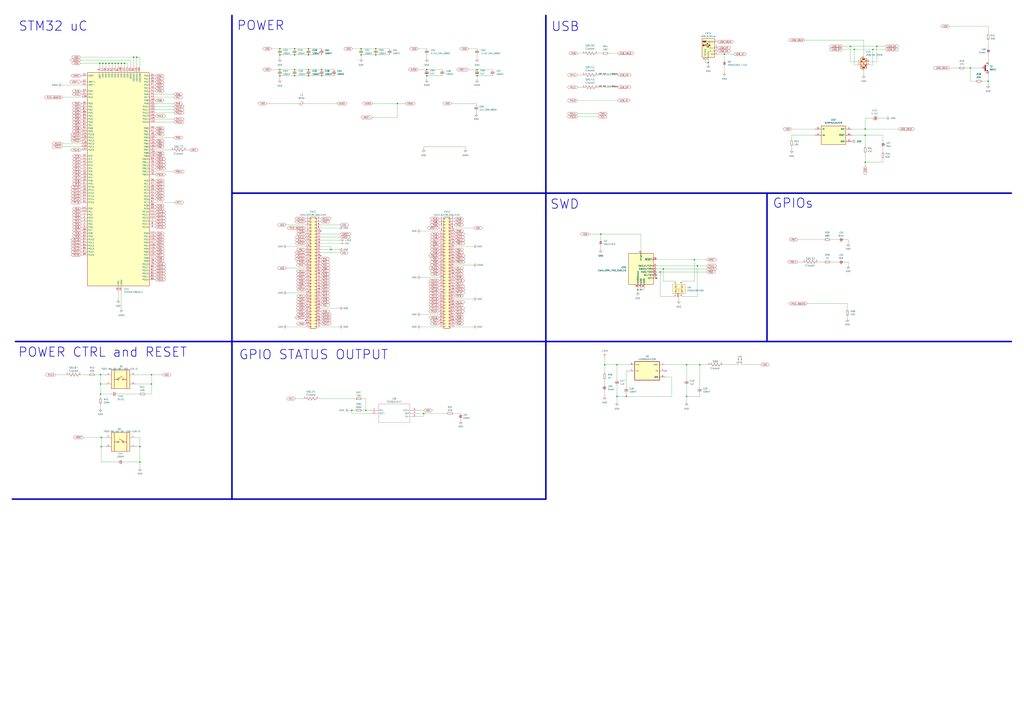
<source format=kicad_sch>
(kicad_sch (version 20231120) (generator "eeschema") (generator_version "8.0")
  (paper "A1")
  (junction (at 253.365 62.23))
  (junction (at 112.395 46.99))
  (junction (at 241.935 57.15))
  (junction (at 296.545 40.005))
  (junction (at 241.935 40.005))
  (junction (at 308.61 40.005))
  (junction (at 710.565 133.35))
  (junction (at 391.795 57.15))
  (junction (at 811.53 66.675))
  (junction (at 253.365 45.085))
  (junction (at 92.075 52.07))
  (junction (at 83.185 367.03))
  (junction (at 86.995 52.07))
  (junction (at 124.46 315.595))
  (junction (at 114.935 367.03))
  (junction (at 347.98 339.725))
  (junction (at 288.925 337.185))
  (junction (at 350.52 57.15))
  (junction (at 514.35 325.755))
  (junction (at 229.87 45.085))
  (junction (at 710.565 106.045))
  (junction (at 82.55 307.975))
  (junction (at 493.395 192.405))
  (junction (at 350.52 62.23))
  (junction (at 102.235 52.07))
  (junction (at 271.78 205.105))
  (junction (at 496.57 299.72))
  (junction (at 526.415 238.125))
  (junction (at 241.935 45.085))
  (junction (at 523.875 238.125))
  (junction (at 229.87 40.005))
  (junction (at 82.55 323.85))
  (junction (at 124.46 307.975))
  (junction (at 253.365 57.15))
  (junction (at 264.16 62.23))
  (junction (at 83.185 359.41))
  (junction (at 300.355 337.185))
  (junction (at 109.855 46.99))
  (junction (at 563.88 299.72))
  (junction (at 574.675 299.72))
  (junction (at 701.675 40.64))
  (junction (at 82.55 315.595))
  (junction (at 544.83 220.98))
  (junction (at 716.915 40.64))
  (junction (at 391.795 62.23))
  (junction (at 542.29 223.52))
  (junction (at 229.87 62.23))
  (junction (at 698.5 38.1))
  (junction (at 89.535 52.07))
  (junction (at 94.615 52.07))
  (junction (at 114.935 379.73))
  (junction (at 326.39 85.09))
  (junction (at 572.77 218.44))
  (junction (at 720.09 38.1))
  (junction (at 506.73 325.755))
  (junction (at 563.88 325.755))
  (junction (at 253.365 40.005))
  (junction (at 594.995 44.45))
  (junction (at 570.23 213.36))
  (junction (at 506.73 299.72))
  (junction (at 99.695 52.07))
  (junction (at 84.455 52.07))
  (junction (at 710.565 111.125))
  (junction (at 296.545 45.085))
  (junction (at 264.16 57.15))
  (junction (at 581.66 51.435))
  (junction (at 796.925 55.88))
  (junction (at 81.915 52.07))
  (junction (at 97.155 52.07))
  (junction (at 308.61 45.085))
  (junction (at 229.87 57.15))
  (junction (at 241.935 62.23))
  (no_connect (at 539.115 228.6))
  (no_connect (at 250.825 263.525))
  (no_connect (at 546.735 304.8))
  (no_connect (at 263.525 210.185))
  (no_connect (at 539.115 226.06))
  (no_connect (at 263.525 189.865))
  (wire (pts (xy 264.16 62.23) (xy 274.32 62.23)))
  (wire (pts (xy 111.76 315.595) (xy 124.46 315.595)))
  (wire (pts (xy 288.925 337.185) (xy 292.1 337.185)))
  (wire (pts (xy 234.95 220.345) (xy 250.825 220.345)))
  (wire (pts (xy 811.53 66.675) (xy 811.53 60.96)))
  (wire (pts (xy 580.39 218.44) (xy 572.77 218.44)))
  (wire (pts (xy 554.99 243.84) (xy 542.29 243.84)))
  (wire (pts (xy 373.38 245.745) (xy 388.62 245.745)))
  (wire (pts (xy 142.875 113.03) (xy 127.635 113.03)))
  (wire (pts (xy 300.355 337.185) (xy 303.53 337.185)))
  (wire (pts (xy 253.365 45.085) (xy 264.16 45.085)))
  (wire (pts (xy 142.875 87.63) (xy 127.635 87.63)))
  (wire (pts (xy 102.235 52.07) (xy 104.775 52.07)))
  (wire (pts (xy 286.385 337.185) (xy 288.925 337.185)))
  (wire (pts (xy 263.525 194.945) (xy 279.4 194.945)))
  (wire (pts (xy 662.94 249.555) (xy 695.96 249.555)))
  (wire (pts (xy 701.675 40.64) (xy 701.675 53.34)))
  (wire (pts (xy 720.09 38.1) (xy 698.5 38.1)))
  (wire (pts (xy 296.545 48.26) (xy 296.545 45.085)))
  (wire (pts (xy 514.35 304.8) (xy 516.255 304.8)))
  (polyline (pts (xy 190.5 280.67) (xy 190.5 410.21)) (stroke (width 1.27)))
  (wire (pts (xy 523.875 240.03) (xy 523.875 238.125)))
  (wire (pts (xy 51.435 118.11) (xy 66.675 118.11)))
  (wire (pts (xy 581.66 53.34) (xy 581.66 51.435)))
  (wire (pts (xy 142.875 92.71) (xy 127.635 92.71)))
  (wire (pts (xy 710.565 106.045) (xy 699.77 106.045)))
  (wire (pts (xy 97.155 54.61) (xy 97.155 52.07)))
  (wire (pts (xy 514.35 325.755) (xy 506.73 325.755)))
  (wire (pts (xy 278.765 253.365) (xy 263.525 253.365)))
  (wire (pts (xy 97.155 52.07) (xy 94.615 52.07)))
  (wire (pts (xy 669.29 111.125) (xy 650.24 111.125)))
  (wire (pts (xy 378.46 346.075) (xy 378.46 344.805)))
  (wire (pts (xy 235.585 240.665) (xy 250.825 240.665)))
  (wire (pts (xy 496.57 325.755) (xy 496.57 321.31)))
  (wire (pts (xy 82.55 323.85) (xy 82.55 327.025)))
  (wire (pts (xy 94.615 52.07) (xy 94.615 54.61)))
  (wire (pts (xy 297.18 337.185) (xy 300.355 337.185)))
  (wire (pts (xy 347.98 120.65) (xy 382.27 120.65)))
  (wire (pts (xy 727.71 97.155) (xy 721.36 97.155)))
  (wire (pts (xy 50.8 69.85) (xy 66.675 69.85)))
  (wire (pts (xy 496.57 306.705) (xy 496.57 299.72)))
  (wire (pts (xy 579.12 51.435) (xy 581.66 51.435)))
  (wire (pts (xy 102.235 54.61) (xy 102.235 52.07)))
  (wire (pts (xy 104.775 54.61) (xy 104.775 52.07)))
  (wire (pts (xy 306.07 85.09) (xy 326.39 85.09)))
  (wire (pts (xy 350.52 62.23) (xy 350.52 65.405)))
  (wire (pts (xy 474.345 43.815) (xy 478.155 43.815)))
  (wire (pts (xy 546.735 299.72) (xy 563.88 299.72)))
  (wire (pts (xy 526.415 236.22) (xy 526.415 238.125)))
  (wire (pts (xy 710.565 97.155) (xy 710.565 106.045)))
  (wire (pts (xy 574.675 325.755) (xy 563.88 325.755)))
  (wire (pts (xy 140.335 123.19) (xy 127.635 123.19)))
  (wire (pts (xy 474.345 82.55) (xy 507.365 82.55)))
  (wire (pts (xy 96.52 379.73) (xy 83.185 379.73)))
  (wire (pts (xy 97.155 240.03) (xy 97.155 246.38)))
  (wire (pts (xy 222.885 40.005) (xy 229.87 40.005)))
  (wire (pts (xy 490.855 71.755) (xy 507.365 71.755)))
  (polyline (pts (xy 190.5 12.7) (xy 190.5 280.67)) (stroke (width 1.27)))
  (wire (pts (xy 704.215 50.8) (xy 698.5 50.8)))
  (wire (pts (xy 699.77 111.125) (xy 710.565 111.125)))
  (wire (pts (xy 579.12 49.53) (xy 579.12 51.435)))
  (wire (pts (xy 142.875 97.79) (xy 127.635 97.79)))
  (wire (pts (xy 801.37 66.675) (xy 796.925 66.675)))
  (wire (pts (xy 384.81 40.005) (xy 391.795 40.005)))
  (wire (pts (xy 326.39 85.09) (xy 326.39 96.52)))
  (wire (pts (xy 66.675 80.01) (xy 51.435 80.01)))
  (wire (pts (xy 235.585 202.565) (xy 250.825 202.565)))
  (wire (pts (xy 234.95 184.785) (xy 250.825 184.785)))
  (wire (pts (xy 391.795 62.23) (xy 391.795 65.405)))
  (wire (pts (xy 89.535 54.61) (xy 89.535 52.07)))
  (wire (pts (xy 363.22 62.23) (xy 350.52 62.23)))
  (wire (pts (xy 229.87 45.085) (xy 241.935 45.085)))
  (wire (pts (xy 490.855 61.595) (xy 507.365 61.595)))
  (wire (pts (xy 89.535 52.07) (xy 92.075 52.07)))
  (wire (pts (xy 796.925 55.88) (xy 792.48 55.88)))
  (wire (pts (xy 124.46 315.595) (xy 124.46 323.85)))
  (wire (pts (xy 222.885 57.15) (xy 229.87 57.15)))
  (wire (pts (xy 241.935 62.23) (xy 253.365 62.23)))
  (wire (pts (xy 779.78 21.59) (xy 811.53 21.59)))
  (wire (pts (xy 581.66 51.435) (xy 581.66 49.53)))
  (wire (pts (xy 253.365 62.23) (xy 264.16 62.23)))
  (wire (pts (xy 142.875 90.17) (xy 127.635 90.17)))
  (wire (pts (xy 78.105 307.975) (xy 82.55 307.975)))
  (wire (pts (xy 710.565 125.73) (xy 710.565 133.35)))
  (wire (pts (xy 593.725 299.72) (xy 606.425 299.72)))
  (wire (pts (xy 370.84 85.09) (xy 391.16 85.09)))
  (wire (pts (xy 107.315 49.53) (xy 107.315 54.61)))
  (wire (pts (xy 112.395 46.99) (xy 109.855 46.99)))
  (wire (pts (xy 229.87 48.26) (xy 229.87 45.085)))
  (wire (pts (xy 572.77 243.84) (xy 560.07 243.84)))
  (wire (pts (xy 574.675 299.72) (xy 574.675 318.135)))
  (wire (pts (xy 811.53 44.45) (xy 811.53 50.8)))
  (wire (pts (xy 326.39 85.09) (xy 332.74 85.09)))
  (wire (pts (xy 580.39 223.52) (xy 542.29 223.52)))
  (wire (pts (xy 661.035 33.02) (xy 709.295 33.02)))
  (polyline (pts (xy 12.7 280.67) (xy 190.5 280.67)) (stroke (width 1.27)))
  (polyline (pts (xy 448.31 280.67) (xy 629.92 280.67)) (stroke (width 1.27)))
  (wire (pts (xy 308.61 45.085) (xy 320.04 45.085)))
  (wire (pts (xy 698.5 38.1) (xy 692.15 38.1)))
  (wire (pts (xy 263.525 197.485) (xy 279.4 197.485)))
  (wire (pts (xy 82.55 323.85) (xy 91.44 323.85)))
  (wire (pts (xy 360.68 189.865) (xy 345.44 189.865)))
  (wire (pts (xy 86.36 367.03) (xy 83.185 367.03)))
  (wire (pts (xy 572.77 218.44) (xy 539.115 218.44)))
  (wire (pts (xy 219.075 85.09) (xy 245.11 85.09)))
  (polyline (pts (xy 448.31 280.67) (xy 190.5 280.67)) (stroke (width 1.27)))
  (wire (pts (xy 101.6 379.73) (xy 114.935 379.73)))
  (wire (pts (xy 490.855 43.815) (xy 494.665 43.815)))
  (wire (pts (xy 655.32 196.85) (xy 676.91 196.85)))
  (polyline (pts (xy 448.31 158.75) (xy 830.58 158.75)) (stroke (width 1.27)))
  (wire (pts (xy 263.525 200.025) (xy 279.4 200.025)))
  (wire (pts (xy 514.35 318.135) (xy 514.35 304.8)))
  (wire (pts (xy 92.075 54.61) (xy 92.075 52.07)))
  (wire (pts (xy 142.875 85.09) (xy 127.635 85.09)))
  (wire (pts (xy 92.075 52.07) (xy 94.615 52.07)))
  (wire (pts (xy 544.83 220.98) (xy 539.115 220.98)))
  (wire (pts (xy 474.345 61.595) (xy 478.155 61.595)))
  (wire (pts (xy 89.535 52.07) (xy 86.995 52.07)))
  (wire (pts (xy 288.925 339.725) (xy 288.925 337.185)))
  (wire (pts (xy 114.935 54.61) (xy 114.935 46.99)))
  (wire (pts (xy 86.36 359.41) (xy 83.185 359.41)))
  (wire (pts (xy 229.87 62.23) (xy 241.935 62.23)))
  (wire (pts (xy 523.875 238.125) (xy 523.875 236.22)))
  (wire (pts (xy 97.155 52.07) (xy 99.695 52.07)))
  (wire (pts (xy 594.995 44.45) (xy 589.28 44.45)))
  (wire (pts (xy 528.955 236.22) (xy 528.955 238.125)))
  (wire (pts (xy 82.55 315.595) (xy 82.55 323.85)))
  (wire (pts (xy 82.55 307.975) (xy 82.55 315.595)))
  (wire (pts (xy 253.365 40.005) (xy 264.16 40.005)))
  (wire (pts (xy 574.675 299.72) (xy 563.88 299.72)))
  (wire (pts (xy 704.215 53.34) (xy 701.675 53.34)))
  (wire (pts (xy 483.87 192.405) (xy 493.395 192.405)))
  (wire (pts (xy 570.23 213.36) (xy 539.115 213.36)))
  (wire (pts (xy 297.18 327.66) (xy 300.355 327.66)))
  (wire (pts (xy 725.17 130.175) (xy 725.17 133.35)))
  (wire (pts (xy 235.585 268.605) (xy 250.825 268.605)))
  (wire (pts (xy 650.24 123.19) (xy 650.24 120.015)))
  (wire (pts (xy 66.675 307.975) (xy 73.025 307.975)))
  (wire (pts (xy 278.765 205.105) (xy 271.78 205.105)))
  (wire (pts (xy 373.38 268.605) (xy 388.62 268.605)))
  (wire (pts (xy 602.615 44.45) (xy 594.995 44.45)))
  (wire (pts (xy 737.87 106.045) (xy 710.565 106.045)))
  (wire (pts (xy 82.55 335.915) (xy 82.55 332.105)))
  (wire (pts (xy 720.09 50.8) (xy 714.375 50.8)))
  (wire (pts (xy 367.03 339.725) (xy 347.98 339.725)))
  (wire (pts (xy 124.46 323.85) (xy 119.38 323.85)))
  (wire (pts (xy 506.73 325.755) (xy 506.73 316.865)))
  (wire (pts (xy 264.16 57.15) (xy 274.32 57.15)))
  (wire (pts (xy 725.17 121.285) (xy 725.17 125.095)))
  (wire (pts (xy 554.99 231.14) (xy 544.83 231.14)))
  (wire (pts (xy 360.68 268.605) (xy 345.44 268.605)))
  (wire (pts (xy 710.565 133.35) (xy 725.17 133.35)))
  (wire (pts (xy 83.185 379.73) (xy 83.185 367.03)))
  (wire (pts (xy 114.935 384.81) (xy 114.935 379.73)))
  (wire (pts (xy 716.915 53.34) (xy 714.375 53.34)))
  (wire (pts (xy 811.53 33.02) (xy 811.53 39.37)))
  (wire (pts (xy 229.87 40.005) (xy 241.935 40.005)))
  (wire (pts (xy 727.075 40.64) (xy 716.915 40.64)))
  (wire (pts (xy 506.73 311.785) (xy 506.73 299.72)))
  (wire (pts (xy 542.29 243.84) (xy 542.29 223.52)))
  (wire (pts (xy 701.675 40.64) (xy 692.15 40.64)))
  (wire (pts (xy 544.83 231.14) (xy 544.83 220.98)))
  (wire (pts (xy 81.915 52.07) (xy 84.455 52.07)))
  (wire (pts (xy 241.935 40.005) (xy 253.365 40.005)))
  (wire (pts (xy 572.77 218.44) (xy 572.77 243.84)))
  (wire (pts (xy 66.04 52.07) (xy 81.915 52.07)))
  (wire (pts (xy 111.76 359.41) (xy 114.935 359.41)))
  (wire (pts (xy 695.96 249.555) (xy 695.96 254.635)))
  (wire (pts (xy 81.915 52.07) (xy 81.915 54.61)))
  (wire (pts (xy 570.23 213.36) (xy 570.23 231.14)))
  (wire (pts (xy 263.525 207.645) (xy 279.4 207.645)))
  (wire (pts (xy 153.035 123.19) (xy 155.575 123.19)))
  (wire (pts (xy 350.52 48.26) (xy 350.52 45.085)))
  (wire (pts (xy 574.675 323.215) (xy 574.675 325.755)))
  (wire (pts (xy 111.76 367.03) (xy 114.935 367.03)))
  (wire (pts (xy 526.415 238.125) (xy 523.875 238.125)))
  (wire (pts (xy 296.545 40.005) (xy 308.61 40.005)))
  (wire (pts (xy 68.58 359.41) (xy 83.185 359.41)))
  (wire (pts (xy 263.525 202.565) (xy 271.78 202.565)))
  (wire (pts (xy 263.525 187.325) (xy 278.765 187.325)))
  (wire (pts (xy 66.675 120.65) (xy 51.435 120.65)))
  (wire (pts (xy 308.61 40.005) (xy 320.04 40.005)))
  (wire (pts (xy 127.635 166.37) (xy 143.51 166.37)))
  (wire (pts (xy 496.57 299.72) (xy 506.73 299.72)))
  (wire (pts (xy 594.995 54.61) (xy 594.995 59.69)))
  (wire (pts (xy 727.075 38.1) (xy 720.09 38.1)))
  (wire (pts (xy 84.455 52.07) (xy 84.455 54.61)))
  (wire (pts (xy 263.525 192.405) (xy 279.4 192.405)))
  (wire (pts (xy 581.025 299.72) (xy 574.675 299.72)))
  (wire (pts (xy 551.815 325.755) (xy 514.35 325.755)))
  (wire (pts (xy 493.395 192.405) (xy 526.415 192.405)))
  (wire (pts (xy 563.88 311.785) (xy 563.88 299.72)))
  (wire (pts (xy 114.935 379.73) (xy 114.935 367.03)))
  (wire (pts (xy 779.78 55.88) (xy 787.4 55.88)))
  (polyline (pts (xy 448.31 12.7) (xy 448.31 158.75)) (stroke (width 1.27)))
  (wire (pts (xy 528.955 238.125) (xy 526.415 238.125)))
  (wire (pts (xy 347.98 337.185) (xy 344.17 337.185)))
  (wire (pts (xy 114.935 46.99) (xy 112.395 46.99)))
  (wire (pts (xy 86.995 54.61) (xy 86.995 52.07)))
  (wire (pts (xy 796.925 55.88) (xy 796.925 66.675)))
  (wire (pts (xy 384.81 57.15) (xy 391.795 57.15)))
  (wire (pts (xy 373.38 202.565) (xy 388.62 202.565)))
  (wire (pts (xy 710.565 111.125) (xy 710.565 120.65)))
  (wire (pts (xy 241.935 45.085) (xy 253.365 45.085)))
  (wire (pts (xy 811.53 21.59) (xy 811.53 27.94)))
  (wire (pts (xy 343.535 40.005) (xy 350.52 40.005)))
  (wire (pts (xy 114.935 367.03) (xy 114.935 359.41)))
  (wire (pts (xy 99.695 52.07) (xy 102.235 52.07)))
  (wire (pts (xy 716.28 97.155) (xy 710.565 97.155)))
  (wire (pts (xy 671.83 215.265) (xy 676.91 215.265)))
  (wire (pts (xy 142.875 80.01) (xy 127.635 80.01)))
  (wire (pts (xy 681.99 215.265) (xy 688.34 215.265)))
  (wire (pts (xy 109.855 54.61) (xy 109.855 46.99)))
  (wire (pts (xy 695.96 262.255) (xy 695.96 259.715)))
  (wire (pts (xy 373.38 217.805) (xy 388.62 217.805)))
  (wire (pts (xy 347.98 339.725) (xy 344.17 339.725)))
  (wire (pts (xy 542.29 223.52) (xy 539.115 223.52)))
  (wire (pts (xy 496.57 316.23) (xy 496.57 311.785)))
  (wire (pts (xy 557.53 247.015) (xy 557.53 243.84)))
  (wire (pts (xy 296.545 45.085) (xy 308.61 45.085)))
  (wire (pts (xy 391.795 48.26) (xy 391.795 45.085)))
  (wire (pts (xy 124.46 307.975) (xy 133.35 307.975)))
  (wire (pts (xy 253.365 57.15) (xy 264.16 57.15)))
  (wire (pts (xy 82.55 307.975) (xy 86.36 307.975)))
  (wire (pts (xy 347.98 122.555) (xy 347.98 120.65)))
  (wire (pts (xy 229.87 57.15) (xy 241.935 57.15)))
  (wire (pts (xy 86.995 52.07) (xy 84.455 52.07)))
  (wire (pts (xy 83.185 367.03) (xy 83.185 359.41)))
  (wire (pts (xy 496.57 293.37) (xy 496.57 299.72)))
  (wire (pts (xy 300.355 327.66) (xy 300.355 337.185)))
  (wire (pts (xy 261.62 327.66) (xy 292.1 327.66)))
  (wire (pts (xy 696.595 218.44) (xy 696.595 215.265)))
  (wire (pts (xy 696.595 200.025) (xy 696.595 196.85)))
  (wire (pts (xy 806.45 66.675) (xy 811.53 66.675)))
  (polyline (pts (xy 190.5 410.21) (xy 448.31 410.21)) (stroke (width 1.27)))
  (wire (pts (xy 360.68 227.965) (xy 345.44 227.965)))
  (wire (pts (xy 698.5 50.8) (xy 698.5 38.1)))
  (wire (pts (xy 526.415 192.405) (xy 526.415 205.74)))
  (wire (pts (xy 725.17 111.125) (xy 725.17 116.205)))
  (wire (pts (xy 112.395 54.61) (xy 112.395 46.99)))
  (wire (pts (xy 594.995 44.45) (xy 594.995 49.53)))
  (wire (pts (xy 514.35 323.215) (xy 514.35 325.755)))
  (wire (pts (xy 709.295 33.02) (xy 709.295 45.72)))
  (wire (pts (xy 650.24 111.125) (xy 650.24 114.935)))
  (wire (pts (xy 696.595 215.265) (xy 693.42 215.265)))
  (wire (pts (xy 66.04 49.53) (xy 107.315 49.53)))
  (polyline (pts (xy 190.5 158.75) (xy 448.31 158.75)) (stroke (width 1.27)))
  (wire (pts (xy 142.875 77.47) (xy 127.635 77.47)))
  (wire (pts (xy 391.795 57.15) (xy 404.495 57.15)))
  (wire (pts (xy 271.78 202.565) (xy 271.78 205.105)))
  (wire (pts (xy 404.495 62.23) (xy 391.795 62.23)))
  (wire (pts (xy 350.52 57.15) (xy 363.22 57.15)))
  (wire (pts (xy 124.46 307.975) (xy 124.46 315.595)))
  (wire (pts (xy 382.27 122.555) (xy 382.27 120.65)))
  (wire (pts (xy 360.68 258.445) (xy 345.44 258.445)))
  (wire (pts (xy 506.73 299.72) (xy 516.255 299.72)))
  (polyline (pts (xy 629.92 280.67) (xy 830.58 280.67)) (stroke (width 1.27)))
  (wire (pts (xy 99.695 54.61) (xy 99.695 52.07)))
  (wire (pts (xy 109.855 46.99) (xy 66.04 46.99)))
  (wire (pts (xy 493.395 201.93) (xy 493.395 205.105)))
  (wire (pts (xy 306.07 96.52) (xy 326.39 96.52)))
  (wire (pts (xy 303.53 339.725) (xy 288.925 339.725)))
  (wire (pts (xy 546.735 309.88) (xy 551.815 309.88)))
  (wire (pts (xy 278.765 268.605) (xy 263.525 268.605)))
  (wire (pts (xy 681.99 196.85) (xy 688.34 196.85)))
  (wire (pts (xy 506.73 330.835) (xy 506.73 325.755)))
  (wire (pts (xy 250.19 85.09) (xy 276.86 85.09)))
  (wire (pts (xy 551.815 309.88) (xy 551.815 325.755)))
  (wire (pts (xy 229.87 65.405) (xy 229.87 62.23)))
  (wire (pts (xy 563.88 316.865) (xy 563.88 325.755)))
  (wire (pts (xy 474.345 71.755) (xy 478.155 71.755)))
  (wire (pts (xy 563.88 325.755) (xy 563.88 330.835)))
  (wire (pts (xy 99.695 240.03) (xy 99.695 254)))
  (wire (pts (xy 709.295 61.595) (xy 709.295 58.42)))
  (wire (pts (xy 716.915 40.64) (xy 716.915 53.34)))
  (wire (pts (xy 271.78 205.105) (xy 263.525 205.105)))
  (wire (pts (xy 373.38 187.325) (xy 389.255 187.325)))
  (wire (pts (xy 344.17 342.265) (xy 347.98 342.265)))
  (wire (pts (xy 474.345 95.885) (xy 491.49 95.885)))
  (wire (pts (xy 96.52 323.85) (xy 114.3 323.85)))
  (wire (pts (xy 391.16 93.345) (xy 391.16 91.44)))
  (wire (pts (xy 474.345 93.345) (xy 491.49 93.345)))
  (wire (pts (xy 499.745 43.815) (xy 507.365 43.815)))
  (wire (pts (xy 608.965 299.72) (xy 624.84 299.72)))
  (wire (pts (xy 570.23 231.14) (xy 560.07 231.14)))
  (wire (pts (xy 241.935 57.15) (xy 253.365 57.15)))
  (wire (pts (xy 391.16 86.36) (xy 391.16 85.09)))
  (polyline (pts (xy 629.92 280.67) (xy 629.92 158.75)) (stroke (width 1.27)))
  (wire (pts (xy 811.53 69.85) (xy 811.53 66.675)))
  (wire (pts (xy 710.565 133.35) (xy 710.565 136.525)))
  (wire (pts (xy 142.875 140.97) (xy 127.635 140.97)))
  (wire (pts (xy 86.36 315.595) (xy 82.55 315.595)))
  (wire (pts (xy 580.39 213.36) (xy 570.23 213.36)))
  (wire (pts (xy 263.525 184.785) (xy 279.4 184.785)))
  (polyline (pts (xy 448.31 410.21) (xy 448.31 280.67)) (stroke (width 1.27)))
  (wire (pts (xy 45.72 307.975) (xy 53.975 307.975)))
  (wire (pts (xy 142.875 100.33) (xy 127.635 100.33)))
  (wire (pts (xy 725.17 111.125) (xy 710.565 111.125)))
  (wire (pts (xy 701.675 40.64) (xy 716.915 40.64)))
  (wire (pts (xy 696.595 196.85) (xy 693.42 196.85)))
  (wire (pts (xy 650.24 106.045) (xy 669.29 106.045)))
  (wire (pts (xy 720.09 50.8) (xy 720.09 38.1)))
  (wire (pts (xy 289.56 40.005) (xy 296.545 40.005)))
  (polyline (pts (xy 10.16 410.21) (xy 190.5 410.21)) (stroke (width 1.27)))
  (wire (pts (xy 806.45 55.88) (xy 796.925 55.88)))
  (wire (pts (xy 242.57 327.66) (xy 248.92 327.66)))
  (wire (pts (xy 372.11 339.725) (xy 378.46 339.725)))
  (wire (pts (xy 659.13 215.265) (xy 655.32 215.265)))
  (wire (pts (xy 347.98 342.265) (xy 347.98 339.725)))
  (wire (pts (xy 343.535 57.15) (xy 350.52 57.15)))
  (wire (pts (xy 580.39 220.98) (xy 544.83 220.98)))
  (wire (pts (xy 493.395 192.405) (xy 493.395 196.85)))
  (polyline (pts (xy 448.31 158.75) (xy 448.31 280.67)) (stroke (width 1.27)))
  (wire (pts (xy 111.76 307.975) (xy 124.46 307.975)))
  (text "POWER CTRL and RESET" (at 84.328 289.56 0) (effects (font (size 7.62 7.62) (thickness 0.508) (bold yes))))
  (text "STM32 uC" (at 43.688 21.59 0) (effects (font (size 7.62 7.62) (thickness 0.508) (bold yes))))
  (text "POWER\n" (at 214.122 21.082 0) (effects (font (size 7.62 7.62) (thickness 0.508) (bold yes))))
  (text "USB\n" (at 464.312 21.844 0) (effects (font (size 7.62 7.62) (thickness 0.508) (bold yes))))
  (text "GPIO STATUS OUTPUT" (at 257.556 291.592 0) (effects (font (size 7.62 7.62) (thickness 0.508) (bold yes))))
  (text "SWD" (at 463.804 167.894 0) (effects (font (size 7.62 7.62) (thickness 0.508) (bold yes))))
  (text "GPIOs" (at 651.256 167.132 0) (effects (font (size 7.62 7.62) (thickness 0.508) (bold yes))))
  (label "Diff Pair (+) 90ohm" (at 491.49 71.755 0) (effects (font (size 1.016 1.016))))
  (label "Diff Pair (-) 90ohm" (at 491.49 61.595 0) (effects (font (size 1.016 1.016))))
  (global_label "PF14" (shape bidirectional) (at 66.675 163.83 180) (property "Intersheetrefs" "${INTERSHEET_REFS}" (effects (hide yes))))
  (global_label "PC15" (shape bidirectional) (at 250.825 212.725 180) (property "Intersheetrefs" "${INTERSHEET_REFS}" (effects (hide yes))))
  (global_label "VDD" (shape bidirectional) (at 343.535 40.005 180) (property "Intersheetrefs" "${INTERSHEET_REFS}" (effects (hide yes))))
  (global_label "PC14" (shape bidirectional) (at 127.635 184.15 0) (property "Intersheetrefs" "${INTERSHEET_REFS}" (effects (hide yes))))
  (global_label "PC7" (shape bidirectional) (at 360.68 202.565 180) (property "Intersheetrefs" "${INTERSHEET_REFS}" (effects (hide yes))))
  (global_label "PB4" (shape bidirectional) (at 360.68 212.725 180) (property "Intersheetrefs" "${INTERSHEET_REFS}" (effects (hide yes))))
  (global_label "PE12" (shape bidirectional) (at 360.68 240.665 180) (property "Intersheetrefs" "${INTERSHEET_REFS}" (effects (hide yes))))
  (global_label "PE10" (shape bidirectional) (at 66.675 196.85 180) (property "Intersheetrefs" "${INTERSHEET_REFS}" (effects (hide yes))))
  (global_label "PE8" (shape bidirectional) (at 66.675 191.77 180) (property "Intersheetrefs" "${INTERSHEET_REFS}" (effects (hide yes))))
  (global_label "PB9" (shape bidirectional) (at 360.68 184.785 180) (property "Intersheetrefs" "${INTERSHEET_REFS}" (effects (hide yes))))
  (global_label "PA2" (shape bidirectional) (at 360.68 222.885 180) (property "Intersheetrefs" "${INTERSHEET_REFS}" (effects (hide yes))))
  (global_label "PE7" (shape bidirectional) (at 373.38 233.045 0) (property "Intersheetrefs" "${INTERSHEET_REFS}" (effects (hide yes))))
  (global_label "PB2" (shape bidirectional) (at 127.635 110.49 0) (property "Intersheetrefs" "${INTERSHEET_REFS}" (effects (hide yes))))
  (global_label "VDD" (shape bidirectional) (at 370.84 85.09 180) (property "Intersheetrefs" "${INTERSHEET_REFS}" (effects (hide yes))))
  (global_label "PE13" (shape bidirectional) (at 360.68 248.285 180) (property "Intersheetrefs" "${INTERSHEET_REFS}" (effects (hide yes))))
  (global_label "VDD" (shape bidirectional) (at 133.35 307.975 0) (property "Intersheetrefs" "${INTERSHEET_REFS}" (effects (hide yes))))
  (global_label "PB7" (shape bidirectional) (at 155.575 123.19 0) (property "Intersheetrefs" "${INTERSHEET_REFS}" (effects (hide yes))))
  (global_label "TMS" (shape bidirectional) (at 491.49 93.345 0) (property "Intersheetrefs" "${INTERSHEET_REFS}" (effects (hide yes))))
  (global_label "PE6" (shape bidirectional) (at 66.675 186.69 180) (property "Intersheetrefs" "${INTERSHEET_REFS}" (effects (hide yes))))
  (global_label "PF6" (shape bidirectional) (at 66.675 143.51 180) (property "Intersheetrefs" "${INTERSHEET_REFS}" (effects (hide yes))))
  (global_label "PF8" (shape bidirectional) (at 263.525 245.745 0) (property "Intersheetrefs" "${INTERSHEET_REFS}" (effects (hide yes))))
  (global_label "PC15" (shape bidirectional) (at 127.635 186.69 0) (property "Intersheetrefs" "${INTERSHEET_REFS}" (effects (hide yes))))
  (global_label "PE5" (shape bidirectional) (at 263.525 240.665 0) (property "Intersheetrefs" "${INTERSHEET_REFS}" (effects (hide yes))))
  (global_label "PA5" (shape bidirectional) (at 127.635 74.93 0) (property "Intersheetrefs" "${INTERSHEET_REFS}" (effects (hide yes))))
  (global_label "PG0" (shape bidirectional) (at 250.825 253.365 180) (property "Intersheetrefs" "${INTERSHEET_REFS}" (effects (hide yes))))
  (global_label "PB12" (shape bidirectional) (at 127.635 135.89 0) (property "Intersheetrefs" "${INTERSHEET_REFS}" (effects (hide yes))))
  (global_label "PC4" (shape bidirectional) (at 127.635 158.75 0) (property "Intersheetrefs" "${INTERSHEET_REFS}" (effects (hide yes))))
  (global_label "PA13" (shape bidirectional) (at 250.825 194.945 180) (property "Intersheetrefs" "${INTERSHEET_REFS}" (effects (hide yes))))
  (global_label "PC9" (shape bidirectional) (at 127.635 171.45 0) (property "Intersheetrefs" "${INTERSHEET_REFS}" (effects (hide yes))))
  (global_label "PE2" (shape bidirectional) (at 263.525 235.585 0) (property "Intersheetrefs" "${INTERSHEET_REFS}" (effects (hide yes))))
  (global_label "VDD" (shape bidirectional) (at 234.95 184.785 180) (property "Intersheetrefs" "${INTERSHEET_REFS}" (effects (hide yes))))
  (global_label "PB1" (shape bidirectional) (at 373.38 207.645 0) (property "Intersheetrefs" "${INTERSHEET_REFS}" (effects (hide yes))))
  (global_label "PF5" (shape bidirectional) (at 373.38 222.885 0) (property "Intersheetrefs" "${INTERSHEET_REFS}" (effects (hide yes))))
  (global_label "PF2" (shape bidirectional) (at 66.675 133.35 180) (property "Intersheetrefs" "${INTERSHEET_REFS}" (effects (hide yes))))
  (global_label "PE7" (shape bidirectional) (at 66.675 189.23 180) (property "Intersheetrefs" "${INTERSHEET_REFS}" (effects (hide yes))))
  (global_label "PE14" (shape bidirectional) (at 360.68 243.205 180) (property "Intersheetrefs" "${INTERSHEET_REFS}" (effects (hide yes))))
  (global_label "PD8" (shape bidirectional) (at 373.38 189.865 0) (property "Intersheetrefs" "${INTERSHEET_REFS}" (effects (hide yes))))
  (global_label "PA14" (shape bidirectional) (at 580.39 218.44 0) (property "Intersheetrefs" "${INTERSHEET_REFS}" (effects (hide yes))))
  (global_label "USB_DN" (shape bidirectional) (at 692.15 38.1 180) (property "Intersheetrefs" "${INTERSHEET_REFS}" (effects (hide yes))))
  (global_label "PG7" (shape bidirectional) (at 360.68 263.525 180) (property "Intersheetrefs" "${INTERSHEET_REFS}" (effects (hide yes))))
  (global_label "PG13" (shape bidirectional) (at 51.435 118.11 180) (property "Intersheetrefs" "${INTERSHEET_REFS}" (effects (hide yes))))
  (global_label "PF9" (shape bidirectional) (at 66.675 151.13 180) (property "Intersheetrefs" "${INTERSHEET_REFS}" (effects (hide yes))))
  (global_label "PA8" (shape bidirectional) (at 127.635 82.55 0) (property "Intersheetrefs" "${INTERSHEET_REFS}" (effects (hide yes))))
  (global_label "USB_ID" (shape bidirectional) (at 507.365 82.55 0) (property "Intersheetrefs" "${INTERSHEET_REFS}" (effects (hide yes))))
  (global_label "PD5" (shape bidirectional) (at 250.825 230.505 180) (property "Intersheetrefs" "${INTERSHEET_REFS}" (effects (hide yes))))
  (global_label "VDD" (shape bidirectional) (at 650.24 106.045 180) (property "Intersheetrefs" "${INTERSHEET_REFS}" (effects (hide yes))))
  (global_label "PF6" (shape bidirectional) (at 250.825 189.865 180) (property "Intersheetrefs" "${INTERSHEET_REFS}" (effects (hide yes))))
  (global_label "VDD" (shape bidirectional) (at 222.885 57.15 180) (property "Intersheetrefs" "${INTERSHEET_REFS}" (effects (hide yes))))
  (global_label "AVDD" (shape bidirectional) (at 306.07 85.09 180) (property "Intersheetrefs" "${INTERSHEET_REFS}" (effects (hide yes))))
  (global_label "PB15" (shape bidirectional) (at 373.38 210.185 0) (property "Intersheetrefs" "${INTERSHEET_REFS}" (effects (hide yes))))
  (global_label "PA2" (shape bidirectional) (at 127.635 67.31 0) (property "Intersheetrefs" "${INTERSHEET_REFS}" (effects (hide yes))))
  (global_label "PG1" (shape bidirectional) (at 263.525 250.825 0) (property "Intersheetrefs" "${INTERSHEET_REFS}" (effects (hide yes))))
  (global_label "PA14" (shape bidirectional) (at 474.345 93.345 180) (property "Intersheetrefs" "${INTERSHEET_REFS}" (effects (hide yes))))
  (global_label "TCK" (shape bidirectional) (at 491.49 95.885 0) (property "Intersheetrefs" "${INTERSHEET_REFS}" (effects (hide yes))))
  (global_label "PC6" (shape bidirectional) (at 373.38 182.245 0) (property "Intersheetrefs" "${INTERSHEET_REFS}" (effects (hide yes))))
  (global_label "USB_DP" (shape bidirectional) (at 692.15 40.64 180) (property "Intersheetrefs" "${INTERSHEET_REFS}" (effects (hide yes))))
  (global_label "PA10" (shape bidirectional) (at 142.875 87.63 0) (property "Intersheetrefs" "${INTERSHEET_REFS}" (effects (hide yes))))
  (global_label "PB14" (shape bidirectional) (at 373.38 212.725 0) (property "Intersheetrefs" "${INTERSHEET_REFS}" (effects (hide yes))))
  (global_label "PA5" (shape bidirectional) (at 360.68 192.405 180) (property "Intersheetrefs" "${INTERSHEET_REFS}" (effects (hide yes))))
  (global_label "PG9" (shape bidirectional) (at 66.675 107.95 180) (property "Intersheetrefs" "${INTERSHEET_REFS}" (effects (hide yes))))
  (global_label "PA0" (shape bidirectional) (at 263.525 212.725 0) (property "Intersheetrefs" "${INTERSHEET_REFS}" (effects (hide yes))))
  (global_label "USB_VBUS" (shape bidirectional) (at 507.365 43.815 0) (property "Intersheetrefs" "${INTERSHEET_REFS}" (effects (hide yes))))
  (global_label "PD13" (shape bidirectional) (at 127.635 224.79 0) (property "Intersheetrefs" "${INTERSHEET_REFS}" (effects (hide yes))))
  (global_label "NRST" (shape bidirectional) (at 580.39 213.36 0) (property "Intersheetrefs" "${INTERSHEET_REFS}" (effects (hide yes))))
  (global_label "PD4" (shape bidirectional) (at 250.825 227.965 180) (property "Intersheetrefs" "${INTERSHEET_REFS}" (effects (hide yes))))
  (global_label "PD3" (shape bidirectional) (at 127.635 199.39 0) (property "Intersheetrefs" "${INTERSHEET_REFS}" (effects (hide yes))))
  (global_label "VDD" (shape bidirectional) (at 219.075 85.09 180) (property "Intersheetrefs" "${INTERSHEET_REFS}" (effects (hide yes))))
  (global_label "PD0" (shape bidirectional) (at 250.825 250.825 180) (property "Intersheetrefs" "${INTERSHEET_REFS}" (effects (hide yes))))
  (global_label "PC4" (shape bidirectional) (at 373.38 220.345 0) (property "Intersheetrefs" "${INTERSHEET_REFS}" (effects (hide yes))))
  (global_label "USB_VBUS" (shape bidirectional) (at 779.78 55.88 180) (property "Intersheetrefs" "${INTERSHEET_REFS}" (effects (hide yes))))
  (global_label "PD12" (shape bidirectional) (at 360.68 233.045 180) (property "Intersheetrefs" "${INTERSHEET_REFS}" (effects (hide yes))))
  (global_label "PF4" (shape bidirectional) (at 66.675 138.43 180) (property "Intersheetrefs" "${INTERSHEET_REFS}" (effects (hide yes))))
  (global_label "VREF+" (shape bidirectional) (at 306.07 96.52 180) (property "Intersheetrefs" "${INTERSHEET_REFS}" (effects (hide yes))))
  (global_label "PB12" (shape bidirectional) (at 373.38 197.485 0) (property "Intersheetrefs" "${INTERSHEET_REFS}" (effects (hide yes))))
  (global_label "PB3" (shape bidirectional) (at 142.875 113.03 0) (property "Intersheetrefs" "${INTERSHEET_REFS}" (effects (hide yes))))
  (global_label "PC3" (shape bidirectional) (at 250.825 225.425 180) (property "Intersheetrefs" "${INTERSHEET_REFS}" (effects (hide yes))))
  (global_label "USB_DP" (shape bidirectional) (at 507.365 71.755 0) (property "Intersheetrefs" "${INTERSHEET_REFS}" (effects (hide yes))))
  (global_label "PC13" (shape bidirectional) (at 127.635 181.61 0) (property "Intersheetrefs" "${INTERSHEET_REFS}" (effects (hide yes))))
  (global_label "PA9" (shape bidirectional) (at 142.875 85.09 0) (property "Intersheetrefs" "${INTERSHEET_REFS}" (effects (hide yes))))
  (global_label "PA3" (shape bidirectional) (at 360.68 225.425 180) (property "Intersheetrefs" "${INTERSHEET_REFS}" (effects (hide yes))))
  (global_label "PD9" (shape bidirectional) (at 250.825 266.065 180) (property "Intersheetrefs" "${INTERSHEET_REFS}" (effects (hide yes))))
  (global_label "PA13" (shape bidirectional) (at 580.39 220.98 0) (property "Intersheetrefs" "${INTERSHEET_REFS}" (effects (hide yes))))
  (global_label "PB5" (shape bidirectional) (at 360.68 215.265 180) (property "Intersheetrefs" "${INTERSHEET_REFS}" (effects (hide yes))))
  (global_label "PE15" (shape bidirectional) (at 360.68 245.745 180) (property "Intersheetrefs" "${INTERSHEET_REFS}" (effects (hide yes))))
  (global_label "PF7" (shape bidirectional) (at 250.825 192.405 180) (property "Intersheetrefs" "${INTERSHEET_REFS}" (effects (hide yes))))
  (global_label "PE8" (shape bidirectional) (at 373.38 227.965 0) (property "Intersheetrefs" "${INTERSHEET_REFS}" (effects (hide yes))))
  (global_label "PG15" (shape bidirectional) (at 263.525 258.445 0) (property "Intersheetrefs" "${INTERSHEET_REFS}" (effects (hide yes))))
  (global_label "PF7" (shape bidirectional) (at 66.675 146.05 180) (property "Intersheetrefs" "${INTERSHEET_REFS}" (effects (hide yes))))
  (global_label "PC10" (shape bidirectional) (at 127.635 173.99 0) (property "Intersheetrefs" "${INTERSHEET_REFS}" (effects (hide yes))))
  (global_label "PA15" (shape bidirectional) (at 142.875 100.33 0) (property "Intersheetrefs" "${INTERSHEET_REFS}" (effects (hide yes))))
  (global_label "VREF+" (shape bidirectional) (at 66.675 67.31 180) (property "Intersheetrefs" "${INTERSHEET_REFS}" (effects (hide yes))))
  (global_label "PC1" (shape bidirectional) (at 263.525 222.885 0) (property "Intersheetrefs" "${INTERSHEET_REFS}" (effects (hide yes))))
  (global_label "VDD" (shape bidirectional) (at 66.04 52.07 180) (property "Intersheetrefs" "${INTERSHEET_REFS}" (effects (hide yes))))
  (global_label "PB0" (shape bidirectional) (at 263.525 220.345 0) (property "Intersheetrefs" "${INTERSHEET_REFS}" (effects (hide yes))))
  (global_label "PF10" (shape bidirectional) (at 66.675 153.67 180) (property "Intersheetrefs" "${INTERSHEET_REFS}" (effects (hide yes))))
  (global_label "PE9" (shape bidirectional) (at 66.675 194.31 180) (property "Intersheetrefs" "${INTERSHEET_REFS}" (effects (hide yes))))
  (global_label "VDD" (shape bidirectional) (at 234.95 220.345 180) (property "Intersheetrefs" "${INTERSHEET_REFS}" (effects (hide yes))))
  (global_label "USB_DP" (shape bidirectional) (at 589.28 39.37 0) (property "Intersheetrefs" "${INTERSHEET_REFS}" (effects (hide yes))))
  (global_label "PF4" (shape bidirectional) (at 373.38 225.425 0) (property "Intersheetrefs" "${INTERSHEET_REFS}" (effects (hide yes))))
  (global_label "PG6" (shape bidirectional) (at 373.38 266.065 0) (property "Intersheetrefs" "${INTERSHEET_REFS}" (effects (hide yes))))
  (global_label "PE11" (shape bidirectional) (at 373.38 248.285 0) (property "Intersheetrefs" "${INTERSHEET_REFS}" (effects (hide yes))))
  (global_label "PH3-BOOT0" (shape bidirectional) (at 250.825 187.325 180) (property "Intersheetrefs" "${INTERSHEET_REFS}" (effects (hide yes))))
  (global_label "PG5" (shape bidirectional) (at 66.675 97.79 180) (property "Intersheetrefs" "${INTERSHEET_REFS}" (effects (hide yes))))
  (global_label "VDD" (shape bidirectional) (at 66.04 46.99 180) (property "Intersheetrefs" "${INTERSHEET_REFS}" (effects (hide yes))))
  (global_label "PF10" (shape bidirectional) (at 373.38 230.505 0) (property "Intersheetrefs" "${INTERSHEET_REFS}" (effects (hide yes))))
  (global_label "VDD" (shape bidirectional) (at 710.565 136.525 270) (property "Intersheetrefs" "${INTERSHEET_REFS}" (effects (hide yes))))
  (global_label "PD4" (shape bidirectional) (at 127.635 201.93 0) (property "Intersheetrefs" "${INTERSHEET_REFS}" (effects (hide yes))))
  (global_label "PC11" (shape bidirectional) (at 127.635 176.53 0) (property "Intersheetrefs" "${INTERSHEET_REFS}" (effects (hide yes))))
  (global_label "PD6" (shape bidirectional) (at 250.825 233.045 180) (property "Intersheetrefs" "${INTERSHEET_REFS}" (effects (hide yes))))
  (global_label "VDD" (shape bidirectional) (at 624.84 299.72 0) (property "Intersheetrefs" "${INTERSHEET_REFS}" (effects (hide yes))))
  (global_label "PG10" (shape bidirectional) (at 263.525 260.985 0) (property "Intersheetrefs" "${INTERSHEET_REFS}" (effects (hide yes))))
  (global_label "PC7" (shape bidirectional) (at 143.51 166.37 0) (property "Intersheetrefs" "${INTERSHEET_REFS}" (effects (hide yes))))
  (global_label "VDDA" (shape bidirectional) (at 66.04 49.53 180) (property "Intersheetrefs" "${INTERSHEET_REFS}" (effects (hide yes))))
  (global_label "PB0" (shape bidirectional) (at 127.635 105.41 0) (property "Intersheetrefs" "${INTERSHEET_REFS}" (effects (hide yes))))
  (global_label "PB3" (shape bidirectional) (at 580.39 223.52 0) (property "Intersheetrefs" "${INTERSHEET_REFS}" (effects (hide yes))))
  (global_label "PD10" (shape bidirectional) (at 127.635 217.17 0) (property "Intersheetrefs" "${INTERSHEET_REFS}" (effects (hide yes))))
  (global_label "PG4" (shape bidirectional) (at 360.68 266.065 180) (property "Intersheetrefs" "${INTERSHEET_REFS}" (effects (hide yes))))
  (global_label "PC3" (shape bidirectional) (at 127.635 156.21 0) (property "Intersheetrefs" "${INTERSHEET_REFS}" (effects (hide yes))))
  (global_label "PG13" (shape bidirectional) (at 263.525 263.525 0) (property "Intersheetrefs" "${INTERSHEET_REFS}" (effects (hide yes))))
  (global_label "PA3" (shape bidirectional) (at 127.635 69.85 0) (property "Intersheetrefs" "${INTERSHEET_REFS}" (effects (hide yes))))
  (global_label "PC8" (shape bidirectional) (at 127.635 168.91 0) (property "Intersheetrefs" "${INTERSHEET_REFS}" (effects (hide yes))))
  (global_label "PG14" (shape bidirectional) (at 360.68 255.905 180) (property "Intersheetrefs" "${INTERSHEET_REFS}" (effects (hide yes))))
  (global_label "PA1" (shape bidirectional) (at 127.635 64.77 0) (property "Intersheetrefs" "${INTERSHEET_REFS}" (effects (hide yes))))
  (global_label "PB6" (shape bidirectional) (at 127.635 120.65 0) (property "Intersheetrefs" "${INTERSHEET_REFS}" (effects (hide yes))))
  (global_label "USB_DN" (shape bidirectional) (at 507.365 61.595 0) (property "Intersheetrefs" "${INTERSHEET_REFS}" (effects (hide yes))))
  (global_label "PG7" (shape bidirectional) (at 66.675 102.87 180) (property "Intersheetrefs" "${INTERSHEET_REFS}" (effects (hide yes))))
  (global_label "PA9" (shape bidirectional) (at 474.345 43.815 180) (property "Intersheetrefs" "${INTERSHEET_REFS}" (effects (hide yes))))
  (global_label "PF9" (shape bidirectional) (at 263.525 248.285 0) (property "Intersheetrefs" "${INTERSHEET_REFS}" (effects (hide yes))))
  (global_label "PH3-BOOT0" (shape bidirectional) (at 662.94 249.555 180) (property "Intersheetrefs" "${INTERSHEET_REFS}" (effects (hide yes))))
  (global_label "PG4" (shape bidirectional) (at 66.675 95.25 180) (property "Intersheetrefs" "${INTERSHEET_REFS}" (effects (hide yes))))
  (global_label "PG3" (shape bidirectional) (at 263.525 233.045 0) (property "Intersheetrefs" "${INTERSHEET_REFS}" (effects (hide yes))))
  (global_label "PE12" (shape bidirectional) (at 66.675 201.93 180) (property "Intersheetrefs" "${INTERSHEET_REFS}" (effects (hide yes))))
  (global_label "PG5" (shape bidirectional) (at 373.38 263.525 0) (property "Intersheetrefs" "${INTERSHEET_REFS}" (effects (hide yes))))
  (global_label "PE0" (shape bidirectional) (at 66.675 171.45 180) (property "Intersheetrefs" "${INTERSHEET_REFS}" (effects (hide yes))))
  (global_label "PA7" (shape bidirectional) (at 360.68 197.485 180) (property "Intersheetrefs" "${INTERSHEET_REFS}" (effects (hide yes))))
  (global_label "PG15" (shape bidirectional) (at 66.675 123.19 180) (property "Intersheetrefs" "${INTERSHEET_REFS}" (effects (hide yes))))
  (global_label "PD15" (shape bidirectional) (at 127.635 229.87 0) (property "Intersheetrefs" "${INTERSHEET_REFS}" (effects (hide yes))))
  (global_label "PE15" (shape bidirectional) (at 66.675 209.55 180) (property "Intersheetrefs" "${INTERSHEET_REFS}" (effects (hide yes))))
  (global_label "PD10" (shape bidirectional) (at 360.68 260.985 180) (property "Intersheetrefs" "${INTERSHEET_REFS}" (effects (hide yes))))
  (global_label "PA15" (shape bidirectional) (at 474.345 95.885 180) (property "Intersheetrefs" "${INTERSHEET_REFS}" (effects (hide yes))))
  (global_label "PB9" (shape bidirectional) (at 127.635 128.27 0) (property "Intersheetrefs" "${INTERSHEET_REFS}" (effects (hide yes))))
  (global_label "PF15" (shape bidirectional) (at 66.675 166.37 180) (property "Intersheetrefs" "${INTERSHEET_REFS}" (effects (hide yes))))
  (global_label "PA11" (shape bidirectional) (at 474.345 61.595 180) (property "Intersheetrefs" "${INTERSHEET_REFS}" (effects (hide yes))))
  (global_label "PD0" (shape bidirectional) (at 127.635 191.77 0) (property "Intersheetrefs" "${INTERSHEET_REFS}" (effects (hide yes))))
  (global_label "PB1" (shape bidirectional) (at 127.635 107.95 0) (property "Intersheetrefs" "${INTERSHEET_REFS}" (effects (hide yes))))
  (global_label "PE4" (shape bidirectional) (at 66.675 181.61 180) (property "Intersheetrefs" "${INTERSHEET_REFS}" (effects (hide yes))))
  (global_label "PG3" (shape bidirectional) (at 66.675 92.71 180) (property "Intersheetrefs" "${INTERSHEET_REFS}" (effects (hide yes))))
  (global_label "PG8" (shape bidirectional) (at 373.38 260.985 0) (property "Intersheetrefs" "${INTERSHEET_REFS}" (effects (hide yes))))
  (global_label "PA11" (shape bidirectional) (at 373.38 194.945 0) (property "Intersheetrefs" "${INTERSHEET_REFS}" (effects (hide yes))))
  (global_label "PF5" (shape bidirectional) (at 66.675 140.97 180) (property "Intersheetrefs" "${INTERSHEET_REFS}" (effects (hide yes))))
  (global_label "PA7" (shape bidirectional) (at 142.875 80.01 0) (property "Intersheetrefs" "${INTERSHEET_REFS}" (effects (hide yes))))
  (global_label "IOREF" (shape bidirectional) (at 279.4 192.405 0) (property "Intersheetrefs" "${INTERSHEET_REFS}" (effects (hide yes))))
  (global_label "PB8" (shape bidirectional) (at 360.68 182.245 180) (property "Intersheetrefs" "${INTERSHEET_REFS}" (effects (hide yes))))
  (global_label "PA4" (shape bidirectional) (at 263.525 217.805 0) (property "Intersheetrefs" "${INTERSHEET_REFS}" (effects (hide yes))))
  (global_label "PD3" (shape bidirectional) (at 263.525 227.965 0) (property "Intersheetrefs" "${INTERSHEET_REFS}" (effects (hide yes))))
  (global_label "PA10" (shape bidirectional) (at 474.345 82.55 180) (property "Intersheetrefs" "${INTERSHEET_REFS}" (effects (hide yes))))
  (global_label "PG11" (shape bidirectional) (at 263.525 266.065 0) (property "Intersheetrefs" "${INTERSHEET_REFS}" (effects (hide yes))))
  (global_label "PE13" (shape bidirectional) (at 66.675 204.47 180) (property "Intersheetrefs" "${INTERSHEET_REFS}" (effects (hide yes))))
  (global_label "PG9" (shape bidirectional) (at 250.825 258.445 180) (property "Intersheetrefs" "${INTERSHEET_REFS}" (effects (hide yes))))
  (global_label "PG14" (shape bidirectional) (at 51.435 120.65 180) (property "Intersheetrefs" "${INTERSHEET_REFS}" (effects (hide yes))))
  (global_label "PF2" (shape bidirectional) (at 263.525 243.205 0) (property "Intersheetrefs" "${INTERSHEET_REFS}" (effects (hide yes))))
  (global_label "PE5" (shape bidirectional) (at 66.675 184.15 180) (property "Intersheetrefs" "${INTERSHEET_REFS}" (effects (hide yes))))
  (global_label "PC10" (shape bidirectional) (at 250.825 179.705 180) (property "Intersheetrefs" "${INTERSHEET_REFS}" (effects (hide yes))))
  (global_label "VDD" (shape bidirectional) (at 347.98 337.185 0) (property "Intersheetrefs" "${INTERSHEET_REFS}" (effects (hide yes))))
  (global_label "PG12" (shape bidirectional) (at 250.825 260.985 180) (property "Intersheetrefs" "${INTERSHEET_REFS}" (effects (hide yes))))
  (global_label "PD7" (shape bidirectional) (at 250.825 235.585 180) (property "Intersheetrefs" "${INTERSHEET_REFS}" (effects (hide yes))))
  (global_label "USB_DP" (shape bidirectional) (at 727.075 40.64 0) (property "Intersheetrefs" "${INTERSHEET_REFS}" (effects (hide yes))))
  (global_label "PF3" (shape bidirectional) (at 66.675 135.89 180) (property "Intersheetrefs" "${INTERSHEET_REFS}" (effects (hide yes))))
  (global_label "PB13" (shape bidirectional) (at 127.635 138.43 0) (property "Intersheetrefs" "${INTERSHEET_REFS}" (effects (hide yes))))
  (global_label "PB11" (shape bidirectional) (at 127.635 133.35 0) (property "Intersheetrefs" "${INTERSHEET_REFS}" (effects (hide yes))))
  (global_label "PC12" (shape bidirectional) (at 250.825 182.245 180) (property "Intersheetrefs" "${INTERSHEET_REFS}" (effects (hide yes))))
  (global_label "PF12" (shape bidirectional) (at 360.68 253.365 180) (property "Intersheetrefs" "${INTERSHEET_REFS}" (effects (hide yes))))
  (global_label "PD1" (shape bidirectional) (at 127.635 194.31 0) (property "Intersheetrefs" "${INTERSHEET_REFS}" (effects (hide yes))))
  (global_label "NRST" (shape bidirectional) (at 68.58 359.41 180) (property "Intersheetrefs" "${INTERSHEET_REFS}" (effects (hide yes))))
  (global_label "PF8" (shape bidirectional) (at 66.675 148.59 180) (property "Intersheetrefs" "${INTERSHEET_REFS}" (effects (hide yes))))
  (global_label "PE4" (shape bidirectional) (at 263.525 238.125 0) (property "Intersheetrefs" "${INTERSHEET_REFS}" (effects (hide yes))))
  (global_label "PE10" (shape bidirectional) (at 360.68 238.125 180) (property "Intersheetrefs" "${INTERSHEET_REFS}" (effects (hide yes))))
  (global_label "PF3" (shape bidirectional) (at 373.38 250.825 0) (property "Intersheetrefs" "${INTERSHEET_REFS}" (effects (hide yes))))
  (global_label "PB8" (shape bidirectional) (at 127.635 125.73 0) (property "Intersheetrefs" "${INTERSHEET_REFS}" (effects (hide yes))))
  (global_label "PD11" (shape bidirectional) (at 127.635 219.71 0) (property "Intersheetrefs" "${INTERSHEET_REFS}" (effects (hide yes))))
  (global_label "PG2" (shape bidirectional) (at 66.675 90.17 180) (property "Intersheetrefs" "${INTERSHEET_REFS}" (effects (hide yes))))
  (global_label "PD11" (shape bidirectional) (at 360.68 235.585 180) (property "Intersheetrefs" "${INTERSHEET_REFS}" (effects (hide yes))))
  (global_label "PD1" (shape bidirectional) (at 250.825 248.285 180) (property "Intersheetrefs" "${INTERSHEET_REFS}" (effects (hide yes))))
  (global_label "PB11" (shape bidirectional) (at 373.38 200.025 0) (property "Intersheetrefs" "${INTERSHEET_REFS}" (effects (hide yes))))
  (global_label "PB14" (shape bidirectional) (at 655.32 215.265 180) (property "Intersheetrefs" "${INTERSHEET_REFS}" (effects (hide yes))))
  (global_label "PB13" (shape bidirectional) (at 373.38 215.265 0) (property "Intersheetrefs" "${INTERSHEET_REFS}" (effects (hide yes))))
  (global_label "PB4" (shape bidirectional) (at 127.635 115.57 0) (property "Intersheetrefs" "${INTERSHEET_REFS}" (effects (hide yes))))
  (global_label "NRST" (shape bidirectional) (at 279.4 194.945 0) (property "Intersheetrefs" "${INTERSHEET_REFS}" (effects (hide yes))))
  (global_label "PE6" (shape bidirectional) (at 263.525 255.905 0) (property "Intersheetrefs" "${INTERSHEET_REFS}" (effects (hide yes))))
  (global_label "USB_VBUS" (shape bidirectional) (at 737.87 106.045 0) (property "Intersheetrefs" "${INTERSHEET_REFS}" (effects (hide yes))))
  (global_label "PC7" (shape bidirectional) (at 242.57 327.66 180) (property "Intersheetrefs" "${INTERSHEET_REFS}" (effects (hide yes))))
  (global_label "PA4" (shape bidirectional) (at 127.635 72.39 0) (property "Intersheetrefs" "${INTERSHEET_REFS}" (effects (hide yes))))
  (global_label "VDD" (shape bidirectional) (at 289.56 40.005 180) (property "Intersheetrefs" "${INTERSHEET_REFS}" (effects (hide yes))))
  (global_label "E5V" (shape bidirectional) (at 279.4 184.785 0) (property "Intersheetrefs" "${INTERSHEET_REFS}" (effects (hide yes))))
  (global_label "VDD" (shape bidirectional) (at 779.78 21.59 180) (property "Intersheetrefs" "${INTERSHEET_REFS}" (effects (hide yes))))
  (global_label "PF14" (shape bidirectional) (at 373.38 240.665 0) (property "Intersheetrefs" "${INTERSHEET_REFS}" (effects (hide yes))))
  (global_label "PH3-BOOT0" (shape bidirectional) (at 51.435 80.01 180) (property "Intersheetrefs" "${INTERSHEET_REFS}" (effects (hide yes))))
  (global_label "PC13" (shape bidirectional) (at 45.72 307.975 180) (property "Intersheetrefs" "${INTERSHEET_REFS}" (effects (hide yes))))
  (global_label "PA11" (shape bidirectional) (at 142.875 90.17 0) (property "Intersheetrefs" "${INTERSHEET_REFS}" (effects (hide yes))))
  (global_label "PG8" (shape bidirectional) (at 66.675 105.41 180) (property "Intersheetrefs" "${INTERSHEET_REFS}" (effects (hide yes))))
  (global_label "USB_ID" (shape bidirectional) (at 602.615 44.45 0) (property "Intersheetrefs" "${INTERSHEET_REFS}" (effects (hide yes))))
  (global_label "PG0" (shape bidirectional) (at 66.675 85.09 180) (property "Intersheetrefs" "${INTERSHEET_REFS}" (effects (hide yes))))
  (global_label "PC12" (shape bidirectional) (at 127.635 179.07 0) (property "Intersheetrefs" "${INTERSHEET_REFS}" (effects (hide yes))))
  (global_label "PB10" (shape bidirectional) (at 127.635 130.81 0) (property "Intersheetrefs" "${INTERSHEET_REFS}" (effects (hide yes))))
  (global_label "PE2" (shape bidirectional) (at 66.675 176.53 180) (property "Intersheetrefs" "${INTERSHEET_REFS}" (effects (hide yes))))
  (global_label "PC6" (shape bidirectional) (at 127.635 163.83 0) (property "Intersheetrefs" "${INTERSHEET_REFS}" (effects (hide yes))))
  (global_label "PA15" (shape bidirectional) (at 250.825 200.025 180) (property "Intersheetrefs" "${INTERSHEET_REFS}" (effects (hide yes))))
  (global_label "PG1" (shape bidirectional) (at 66.675 87.63 180) (property "Intersheetrefs" "${INTERSHEET_REFS}" (effects (hide yes))))
  (global_label "PE1" (shape bidirectional) (at 66.675 173.99 180) (property "Intersheetrefs" "${INTERSHEET_REFS}" (effects (hide yes))))
  (global_label "PB6" (shape bidirectional) (at 360.68 200.025 180) (property "Intersheetrefs" "${INTERSHEET_REFS}" (effects (hide yes))))
  (global_label "PD5" (shape bidirectional) (at 127.635 204.47 0) (property "Intersheetrefs" "${INTERSHEET_REFS}" (effects (hide yes))))
  (global_label "PF1" (shape bidirectional) (at 250.825 243.205 180) (property "Intersheetrefs" "${INTERSHEET_REFS}" (effects (hide yes))))
  (global_label "VDD" (shape bidirectional) (at 483.87 192.405 180) (property "Intersheetrefs" "${INTERSHEET_REFS}" (effects (hide yes))))
  (global_label "PD2" (shape bidirectional) (at 263.525 182.245 0) (property "Intersheetrefs" "${INTERSHEET_REFS}" (effects (hide yes))))
  (global_label "PD14" (shape bidirectional) (at 373.38 235.585 0) (property "Intersheetrefs" "${INTERSHEET_REFS}" (effects (hide yes))))
  (global_label "PD8" (shape bidirectional) (at 127.635 212.09 0) (property "Intersheetrefs" "${INTERSHEET_REFS}" (effects (hide yes))))
  (global_label "PD7" (shape bidirectional) (at 127.635 209.55 0) (property "Intersheetrefs" "${INTERSHEET_REFS}" (effects (hide yes))))
  (global_label "VREF+" (shape bidirectional) (at 360.68 187.325 180) (property "Intersheetrefs" "${INTERSHEET_REFS}" (effects (hide yes))))
  (global_label "PE1" (shape bidirectional) (at 250.825 255.905 180) (property "Intersheetrefs" "${INTERSHEET_REFS}" (effects (hide yes))))
  (global_label "PF12" (shape bidirectional) (at 66.675 158.75 180) (property "Intersheetrefs" "${INTERSHEET_REFS}" (effects (hide yes))))
  (global_label "PE14" (shape bidirectional) (at 66.675 207.01 180) (property "Intersheetrefs" "${INTERSHEET_REFS}" (effects (hide yes))))
  (global_label "PA12" (shape bidirectional) (at 474.345 71.755 180) (property "Intersheetrefs" "${INTERSHEET_REFS}" (effects (hide yes))))
  (global_label "PG11" (shape bidirectional) (at 66.675 113.03 180) (property "Intersheetrefs" "${INTERSHEET_REFS}" (effects (hide yes))))
  (global_label "PE9" (shape bidirectional) (at 373.38 243.205 0) (property "Intersheetrefs" "${INTERSHEET_REFS}" (effects (hide yes))))
  (global_label "PC0" (shape bidirectional) (at 263.525 225.425 0) (property "Intersheetrefs" "${INTERSHEET_REFS}" (effects (hide yes))))
  (global_label "PG12" (shape bidirectional) (at 66.675 115.57 180) (property "Intersheetrefs" "${INTERSHEET_REFS}" (effects (hide yes))))
  (global_label "PD12" (shape bidirectional) (at 127.635 222.25 0) (property "Intersheetrefs" "${INTERSHEET_REFS}" (effects (hide yes))))
  (global_label "PC14" (shape bidirectional) (at 250.825 210.185 180) (property "Intersheetrefs" "${INTERSHEET_REFS}" (effects (hide yes))))
  (global_label "PC5" (shape bidirectional) (at 373.38 184.785 0) (property "Intersheetrefs" "${INTERSHEET_REFS}" (effects (hide yes))))
  (global_label "PC1" (shape bidirectional) (at 127.635 151.13 0) (property "Intersheetrefs" "${INTERSHEET_REFS}" (effects (hide yes))))
  (global_label "PA13" (shape bidirectional) (at 127.635 95.25 0) (property "Intersheetrefs" "${INTERSHEET_REFS}" (effects (hide yes))))
  (global_label "PB7" (shape bidirectional) (at 655.32 196.85 180) (property "Intersheetrefs" "${INTERSHEET_REFS}" (effects (hide yes))))
  (global_label "USB_VBUS" (shape bidirectional) (at 661.035 33.02 180) (property "Intersheetrefs" "${INTERSHEET_REFS}" (effects (hide yes))))
  (global_label "PA8" (shape bidirectional) (at 360.68 207.645 180) (property "Intersheetrefs" "${INTERSHEET_REFS}" (effects (hide yes))))
  (global_label "PA12" (shape bidirectional) (at 373.38 192.405 0) (property "Intersheetrefs" "${INTERSHEET_REFS}" (effects (hide yes))))
  (global_label "NRST" (shape bidirectional) (at 66.675 62.23 180) (property "Intersheetrefs" "${INTERSHEET_REFS}" (effects (hide yes))))
  (global_label "PB15" (shape bidirectional) (at 127.635 143.51 0) (property "Intersheetrefs" "${INTERSHEET_REFS}" (effects (hide yes))))
  (global_label "PH0" (shape bidirectional) (at 66.675 74.93 180) (property "Intersheetrefs" "${INTERSHEET_REFS}" (effects (hide yes))))
  (global_label "PH1" (shape bidirectional) (at 66.675 77.47 180) (property "Intersheetrefs" "${INTERSHEET_REFS}" (effects (hide yes))))
  (global_label "PB14" (shape bidirectional) (at 142.875 140.97 0) (property "Intersheetrefs" "${INTERSHEET_REFS}" (effects (hide yes))))
  (global_label "USB_VBUS" (shape bidirectional) (at 589.28 34.29 0) (property "Intersheetrefs" "${INTERSHEET_REFS}" (effects (hide yes))))
  (global_label "PF13" (shape bidirectional) (at 66.675 161.29 180) (property "Intersheetrefs" "${INTERSHEET_REFS}" (effects (hide yes))))
  (global_label "PC2" (shape bidirectional) (at 250.825 222.885 180) (property "Intersheetrefs" "${INTERSHEET_REFS}" (effects (hide yes))))
  (global_label "PD15" (shape bidirectional) (at 373.38 238.125 0) (property "Intersheetrefs" "${INTERSHEET_REFS}" (effects (hide yes))))
  (global_label "VREF+" (shape bidirectional) (at 384.81 57.15 180) (property "Intersheetrefs" "${INTERSHEET_REFS}" (effects (hide yes))))
  (global_label "PC13" (shape bidirectional) (at 250.825 207.645 180) (property "Intersheetrefs" "${INTERSHEET_REFS}" (effects (hide yes))))
  (global_label "PB7" (shape bidirectional) (at 250.825 205.105 180) (property "Intersheetrefs" "${INTERSHEET_REFS}" (effects (hide yes))))
  (global_label "VIN" (shape bidirectional) (at 279.4 207.645 0) (property "Intersheetrefs" "${INTERSHEET_REFS}" (effects (hide yes))))
  (global_label "PG2" (shape bidirectional) (at 263.525 230.505 0) (property "Intersheetrefs" "${INTERSHEET_REFS}" (effects (hide yes))))
  (global_label "PC0" (shape bidirectional) (at 127.635 148.59 0) (property "Intersheetrefs" "${INTERSHEET_REFS}" (effects (hide yes))))
  (global_label "PA14" (shape bidirectional) (at 142.875 97.79 0) (property "Intersheetrefs" "${INTERSHEET_REFS}" (effects (hide yes))))
  (global_label "PD9" (shape bidirectional) (at 127.635 214.63 0) (property "Intersheetrefs" "${INTERSHEET_REFS}" (effects (hide yes))))
  (global_label "VDDA" (shape bidirectional) (at 332.74 85.09 0) (property "Intersheetrefs" "${INTERSHEET_REFS}" (effects (hide yes))))
  (global_label "VDD" (shape bidirectional) (at 384.81 40.005 180) (property "Intersheetrefs" "${INTERSHEET_REFS}" (effects (hide yes))))
  (global_label "PG6" (shape bidirectional) (at 66.675 100.33 180) (property "Intersheetrefs" "${INTERSHEET_REFS}" (effects (hide yes))))
  (global_label "PC5" (shape bidirectional) (at 127.635 161.29 0) (property "Intersheetrefs" "${INTERSHEET_REFS}" (effects (hide yes))))
  (global_label "AVDD" (shape bidirectional) (at 343.535 57.15 180) (property "Intersheetrefs" "${INTERSHEET_REFS}" (effects (hide yes))))
  (global_label "VDD" (shape bidirectional) (at 222.885 40.005 180) (property "Intersheetrefs" "${INTERSHEET_REFS}" (effects (hide yes))))
  (global_label "AVDD" (shape bidirectional) (at 276.86 85.09 0) (property "Intersheetrefs" "${INTERSHEET_REFS}" (effects (hide yes))))
  (global_label "PE3" (shape bidirectional) (at 66.675 179.07 180) (property "Intersheetrefs" "${INTERSHEET_REFS}" (effects (hide yes))))
  (global_label "PB3" (shape bidirectional) (at 360.68 217.805 180) (property "Intersheetrefs" "${INTERSHEET_REFS}" (effects (hide yes))))
  (global_label "PD13" (shape bidirectional) (at 360.68 230.505 180) (property "Intersheetrefs" "${INTERSHEET_REFS}" (effects (hide yes))))
  (global_label "PC8" (shape bidirectional) (at 373.38 179.705 0) (property "Intersheetrefs" "${INTERSHEET_REFS}" (effects (hide yes))))
  (global_label "U5V" (shape bidirectional) (at 389.255 187.325 0) (property "Intersheetrefs" "${INTERSHEET_REFS}" (effects (hide yes))))
  (global_label "PE0" (shape bidirectional) (at 373.38 258.445 0) (property "Intersheetrefs" "${INTERSHEET_REFS}" (effects (hide yes))))
  (global_label "PH1" (shape bidirectional) (at 250.825 217.805 180) (property "Intersheetrefs" "${INTERSHEET_REFS}" (effects (hide yes))))
  (global_label "PF1" (shape bidirectional) (at 66.675 130.81 180) (property "Intersheetrefs" "${INTERSHEET_REFS}" (effects (hide yes))))
  (global_label "PH0" (shape bidirectional) (at 250.825 215.265 180) (property "Intersheetrefs" "${INTERSHEET_REFS}" (effects (hide yes))))
  (global_label "PB2" (shape bidirectional) (at 373.38 205.105 0) (property "Intersheetrefs" "${INTERSHEET_REFS}" (effects (hide yes))))
  (global_label "PC11" (shape bidirectional) (at 263.525 179.705 0) (property "Intersheetrefs" "${INTERSHEET_REFS}" (effects (hide yes))))
  (global_label "PA6" (shape bidirectional) (at 360.68 194.945 180) (property "Intersheetrefs" "${INTERSHEET_REFS}" (effects (hide yes))))
  (global_label "PE11" (shape bidirectional) (at 66.675 199.39 180) (property "Intersheetrefs" "${INTERSHEET_REFS}" (effects (hide yes))))
  (global_label "PC2" (shape bidirectional) (at 127.635 153.67 0) (property "Intersheetrefs" "${INTERSHEET_REFS}" (effects (hide yes))))
  (global_label "PB10" (shape bidirectional) (at 360.68 210.185 180) (property "Intersheetrefs" "${INTERSHEET_REFS}" (effects (hide yes))))
  (global_label "PD14" (shape bidirectional) (at 127.635 227.33 0) (property "Intersheetrefs" "${INTERSHEET_REFS}" (effects (hide yes))))
  (global_label "PB5" (shape bidirectional) (at 127.635 118.11 0) (property "Intersheetrefs" "${INTERSHEET_REFS}" (effects (hide yes))))
  (global_label "PA1" (shape bidirectional) (at 263.525 215.265 0) (property "Intersheetrefs" "${INTERSHEET_REFS}" (effects (hide yes))))
  (global_label "PF0" (shape bidirectional) (at 250.825 245.745 180) (property "Intersheetrefs" "${INTERSHEET_REFS}" (effects (hide yes))))
  (global_label "PA9" (shape bidirectional) (at 360.68 205.105 180) (property "Intersheetrefs" "${INTERSHEET_REFS}" (effects (hide yes))))
  (global_label "PA0" (shape bidirectional) (at 127.635 62.23 0) (property "Intersheetrefs" "${INTERSHEET_REFS}" (effects (hide yes))))
  (global_label "PD2" (shape bidirectional) (at 127.635 196.85 0) (property "Intersheetrefs" "${INTERSHEET_REFS}" (effects (hide yes))))
  (global_label "PF0" (shape bidirectional) (at 66.675 128.27 180) (property "Intersheetrefs" "${INTERSHEET_REFS}" (effects (hide yes))))
  (global_label "PC9" (shape bidirectional) (at 360.68 179.705 180) (property "Intersheetrefs" "${INTERSHEET_REFS}" (effects (hide yes))))
  (global_label "PF15" (shape bidirectional) (at 373.38 253.365 0) (property "Intersheetrefs" "${INTERSHEET_REFS}" (effects (hide yes))))
  (global_label "PF11" (shape bidirectional) (at 373.38 255.905 0) (property "Intersheetrefs" "${INTERSHEET_REFS}" (effects (hide yes))))
  (global_label "USB_DN" (shape bidirectional) (at 589.28 41.91 0) (property "Intersheetrefs" "${INTERSHEET_REFS}" (effects (hide yes))))
  (global_label "PA12" (shape bidirectional) (at 142.875 92.71 0) (property "Intersheetrefs" "${INTERSHEET_REFS}" (effects (hide yes))))
  (global_label "PG10" (shape bidirectional) (at 66.675 110.49 180) (property "Intersheetrefs" "${INTERSHEET_REFS}" (effects (hide yes))))
  (global_label "PE3" (shape bidirectional) (at 250.825 238.125 180) (property "Intersheetrefs" "${INTERSHEET_REFS}" (effects (hide yes))))
  (global_label "PD6" (shape bidirectional) (at 127.635 207.01 0) (property "Intersheetrefs" "${INTERSHEET_REFS}" (effects (hide yes))))
  (global_label "USB_DN" (shape bidirectional) (at 727.075 38.1 0) (property "Intersheetrefs" "${INTERSHEET_REFS}" (effects (hide yes))))
  (global_label "PA14" (shape bidirectional) (at 250.825 197.485 180) (property "Intersheetrefs" "${INTERSHEET_REFS}" (effects (hide yes))))
  (global_label "PF11" (shape bidirectional) (at 66.675 156.21 180) (property "Intersheetrefs" "${INTERSHEET_REFS}" (effects (hide yes))))
  (global_label "PA10" (shape bidirectional) (at 360.68 220.345 180) (property "Intersheetrefs" "${INTERSHEET_REFS}" (effects (hide yes))))
  (global_label "PA6" (shape bidirectional) (at 142.875 77.47 0) (property "Intersheetrefs" "${INTERSHEET_REFS}" (effects (hide yes))))
  (global_label "PF13" (shape bidirectional) (at 360.68 250.825 180) (property "Intersheetrefs" "${INTERSHEET_REFS}" (effects (hide yes))))
  (symbol (lib_id "Device:C_Small") (at 308.61 42.545 0) (unit 1)
    (property "Reference" "C50" (at 311.15 41.2812 0) (effects (justify left)))
    (property "Value" "100nF" (at 311.15 43.8212 0) (effects (justify left)))
    (property "Footprint" "CC0603KRX7R7BB104:CAPC1608X90" (effects (hide yes)))
    (property "Description" "Unpolarized capacitor, small symbol" (effects (hide yes)))
  )
  (symbol (lib_id "power:GND") (at 493.395 205.105 0) (unit 1)
    (property "Reference" "#PWR063" (effects (hide yes)))
    (property "Value" "GND" (at 493.395 210.185 0))
    (property "Description" "Power symbol creates a global label with name \"GND\" , ground" (effects (hide yes)))
  )
  (symbol (lib_id "power:GND") (at 563.88 330.835 0) (unit 1)
    (property "Reference" "#PWR053" (effects (hide yes)))
    (property "Value" "GND" (at 563.88 335.915 0))
    (property "Description" "Power symbol creates a global label with name \"GND\" , ground" (effects (hide yes)))
  )
  (symbol (lib_id "Device:R_Small") (at 294.64 327.66 90) (unit 1)
    (property "Reference" "R37" (at 294.64 322.58 90))
    (property "Value" "10K" (at 294.64 325.12 90))
    (property "Footprint" "RC0603FR-0710KL:RESC1607X60N" (effects (hide yes)))
    (property "Description" "Resistor, small symbol" (effects (hide yes)))
  )
  (symbol (lib_id "power:GND") (at 235.585 268.605 270) (unit 1)
    (property "Reference" "#PWR021" (effects (hide yes)))
    (property "Value" "GND" (at 232.41 268.6049 90) (effects (justify right)))
    (property "Description" "Power symbol creates a global label with name \"GND\" , ground" (effects (hide yes)))
  )
  (symbol (lib_id "power:GND") (at 695.96 262.255 0) (unit 1)
    (property "Reference" "#PWR014" (effects (hide yes)))
    (property "Value" "GND" (at 695.96 266.7 0))
    (property "Description" "Power symbol creates a global label with name \"GND\" , ground" (effects (hide yes)))
  )
  (symbol (lib_id "Power_Protection:USBLC6-2SC6") (at 709.295 50.8 0) (unit 1)
    (property "Reference" "U13" (at 710.9461 42.545 0) (effects (justify left)))
    (property "Value" "USBLC6-2SC6" (at 710.9461 45.085 0) (effects (justify left)))
    (property "Footprint" "USBLC6-2SC6:SOT95P280X145-6N" (effects (hide yes)))
    (property "Datasheet" "https://www.st.com/resource/en/datasheet/usblc6-2.pdf" (effects (hide yes)))
    (property "Description" "Very low capacitance ESD protection diode, 2 data-line, SOT-23-6" (effects (hide yes)))
  )
  (symbol (lib_id "Device:LED_Small") (at 496.57 318.77 90) (unit 1)
    (property "Reference" "LD6" (at 499.11 317.4364 90) (effects (justify right)))
    (property "Value" "Green" (at 499.11 319.9764 90) (effects (justify right)))
    (property "Footprint" "SMD-LED-CLEAR-GREEN_0603_:LED-0603" (effects (hide yes)))
    (property "Description" "Light emitting diode, small symbol" (effects (hide yes)))
  )
  (symbol (lib_id "power:GND") (at 388.62 202.565 90) (unit 1)
    (property "Reference" "#PWR034" (effects (hide yes)))
    (property "Value" "GND" (at 391.795 202.5651 90) (effects (justify right)))
    (property "Description" "Power symbol creates a global label with name \"GND\" , ground" (effects (hide yes)))
  )
  (symbol (lib_id "power:GND") (at 696.595 200.025 0) (unit 1)
    (property "Reference" "#PWR016" (effects (hide yes)))
    (property "Value" "GND" (at 696.595 204.47 0))
    (property "Description" "Power symbol creates a global label with name \"GND\" , ground" (effects (hide yes)))
  )
  (symbol (lib_id "Device:C_Small") (at 93.98 323.85 90) (unit 1)
    (property "Reference" "C40" (at 99.06 325.628 90))
    (property "Value" "[N/A]" (at 99.06 328.168 90))
    (property "Footprint" "CC0603KRX7R7BB104:CAPC1608X90" (effects (hide yes)))
    (property "Description" "Unpolarized capacitor, small symbol" (effects (hide yes)))
  )
  (symbol (lib_id "power:GND") (at 229.87 48.26 0) (unit 1)
    (property "Reference" "#PWR01" (effects (hide yes)))
    (property "Value" "GND" (at 229.87 53.34 0))
    (property "Description" "Power symbol creates a global label with name \"GND\" , ground" (effects (hide yes)))
  )
  (symbol (lib_id "Device:C_Small") (at 241.935 59.69 0) (unit 1)
    (property "Reference" "C30" (at 245.11 58.4262 0) (effects (justify left)))
    (property "Value" "100nF" (at 245.11 60.9662 0) (effects (justify left)))
    (property "Footprint" "CC0603KRX7R7BB104:CAPC1608X90" (effects (hide yes)))
    (property "Description" "Unpolarized capacitor, small symbol" (effects (hide yes)))
  )
  (symbol (lib_id "Device:C_Small") (at 253.365 59.69 0) (unit 1)
    (property "Reference" "C32" (at 256.54 58.4262 0) (effects (justify left)))
    (property "Value" "100nF" (at 256.54 60.9662 0) (effects (justify left)))
    (property "Footprint" "CC0603KRX7R7BB104:CAPC1608X90" (effects (hide yes)))
    (property "Description" "Unpolarized capacitor, small symbol" (effects (hide yes)))
  )
  (symbol (lib_id "power:GND") (at 557.53 247.015 0) (unit 1)
    (property "Reference" "#PWR064" (effects (hide yes)))
    (property "Value" "GND" (at 557.53 252.095 0))
    (property "Description" "Power symbol creates a global label with name \"GND\" , ground" (effects (hide yes)))
  )
  (symbol (lib_id "power:GND") (at 699.77 116.205 90) (unit 1)
    (property "Reference" "#PWR044" (effects (hide yes)))
    (property "Value" "GND" (at 703.58 116.2049 90) (effects (justify right)))
    (property "Description" "Power symbol creates a global label with name \"GND\" , ground" (effects (hide yes)))
  )
  (symbol (lib_id "Device:C_Small") (at 229.87 59.69 0) (unit 1)
    (property "Reference" "C53" (at 232.41 58.4262 0) (effects (justify left)))
    (property "Value" "100nF" (at 232.41 60.9662 0) (effects (justify left)))
    (property "Footprint" "CC0603KRX7R7BB104:CAPC1608X90" (effects (hide yes)))
    (property "Description" "Unpolarized capacitor, small symbol" (effects (hide yes)))
  )
  (symbol (lib_id "power:GND") (at 278.765 253.365 90) (unit 1)
    (property "Reference" "#PWR023" (effects (hide yes)))
    (property "Value" "GND" (at 281.94 253.3651 90) (effects (justify right)))
    (property "Description" "Power symbol creates a global label with name \"GND\" , ground" (effects (hide yes)))
  )
  (symbol (lib_id "power:GND") (at 650.24 123.19 0) (unit 1)
    (property "Reference" "#PWR045" (effects (hide yes)))
    (property "Value" "GND" (at 650.24 128.27 0))
    (property "Description" "Power symbol creates a global label with name \"GND\" , ground" (effects (hide yes)))
  )
  (symbol (lib_id "Device:C_Small") (at 320.04 42.545 0) (unit 1)
    (property "Reference" "C51" (at 322.58 41.2812 0) (effects (justify left)))
    (property "Value" "100nF" (at 322.58 43.8212 0) (effects (justify left)))
    (property "Footprint" "CC0603KRX7R7BB104:CAPC1608X90" (effects (hide yes)))
    (property "Description" "Unpolarized capacitor, small symbol" (effects (hide yes)))
  )
  (symbol (lib_id "power:GND") (at 278.765 268.605 90) (unit 1)
    (property "Reference" "#PWR022" (effects (hide yes)))
    (property "Value" "GND" (at 281.94 268.6051 90) (effects (justify right)))
    (property "Description" "Power symbol creates a global label with name \"GND\" , ground" (effects (hide yes)))
  )
  (symbol (lib_id "Connector:USB_B_Micro") (at 581.66 39.37 0) (unit 1)
    (property "Reference" "CN14" (at 581.66 27.305 0))
    (property "Value" "USB_B_Micro" (at 581.66 29.845 0))
    (property "Footprint" "47589-1001:MOLEX_47589-1001" (effects (hide yes)))
    (property "Description" "USB Micro Type B connector" (effects (hide yes)))
  )
  (symbol (lib_id "Device:R_Small") (at 679.45 196.85 90) (unit 1)
    (property "Reference" "R30" (at 679.45 191.135 90))
    (property "Value" "680" (at 679.45 193.675 90))
    (property "Footprint" "SMD-RES-680R-1_-1_10W_0603_:R0603" (effects (hide yes)))
    (property "Description" "Resistor, small symbol" (effects (hide yes)))
  )
  (symbol (lib_id "power:GND") (at 345.44 227.965 270) (unit 1)
    (property "Reference" "#PWR030" (effects (hide yes)))
    (property "Value" "GND" (at 342.265 227.9649 90) (effects (justify right)))
    (property "Description" "Power symbol creates a global label with name \"GND\" , ground" (effects (hide yes)))
  )
  (symbol (lib_id "power:GND") (at 114.935 384.81 0) (unit 1)
    (property "Reference" "#PWR015" (effects (hide yes)))
    (property "Value" "GND" (at 114.935 389.255 0))
    (property "Description" "Power symbol creates a global label with name \"GND\" , ground" (effects (hide yes)))
  )
  (symbol (lib_id "power:GND") (at 391.795 48.26 0) (unit 1)
    (property "Reference" "#PWR05" (effects (hide yes)))
    (property "Value" "GND" (at 391.795 53.34 0))
    (property "Description" "Power symbol creates a global label with name \"GND\" , ground" (effects (hide yes)))
  )
  (symbol (lib_id "Device:C_Small") (at 296.545 42.545 0) (unit 1)
    (property "Reference" "C31" (at 299.72 41.2812 0) (effects (justify left)))
    (property "Value" "100nF" (at 299.72 43.8212 0) (effects (justify left)))
    (property "Footprint" "CC0603KRX7R7BB104:CAPC1608X90" (effects (hide yes)))
    (property "Description" "Unpolarized capacitor, small symbol" (effects (hide yes)))
  )
  (symbol (lib_id "RC0603JR-070RL:RC0603JR-070RL") (at 478.155 43.815 0) (unit 1)
    (property "Reference" "SB135" (at 484.505 37.465 0) (effects (font (size 1.524 1.524))))
    (property "Value" "Closed" (at 484.505 40.005 0) (effects (font (size 1.524 1.524))))
    (property "Footprint" "RC0603JR-070RL:RESC1607X60N" (effects (hide yes)))
    (property "Datasheet" "RC0603JR-070RL" (effects (hide yes)))
  )
  (symbol (lib_id "Device:C_Small") (at 229.87 42.545 0) (unit 1)
    (property "Reference" "C33" (at 232.41 41.2812 0) (effects (justify left)))
    (property "Value" "100nF" (at 232.41 43.8212 0) (effects (justify left)))
    (property "Footprint" "CC0603KRX7R7BB104:CAPC1608X90" (effects (hide yes)))
    (property "Description" "Unpolarized capacitor, small symbol" (effects (hide yes)))
  )
  (symbol (lib_id "power:GNDA") (at 350.52 65.405 0) (unit 1)
    (property "Reference" "#PWR08" (effects (hide yes)))
    (property "Value" "GNDA" (at 350.52 69.85 0))
    (property "Description" "Power symbol creates a global label with name \"GNDA\" , analog ground" (effects (hide yes)))
  )
  (symbol (lib_id "RC0603JR-070RL:RC0603JR-070RL") (at 248.92 327.66 0) (unit 1)
    (property "Reference" "SB124" (at 255.27 321.945 0) (effects (font (size 1.524 1.524))))
    (property "Value" "Closed" (at 255.27 324.485 0) (effects (font (size 1.524 1.524))))
    (property "Footprint" "RC0603JR-070RL:RESC1607X60N" (effects (hide yes)))
    (property "Datasheet" "RC0603JR-070RL" (effects (hide yes)))
  )
  (symbol (lib_id "Connector:Conn_01x02_Pin") (at 606.425 294.64 90) (mirror x) (unit 1)
    (property "Reference" "JP5" (at 605.663 293.243 90) (effects (justify right)))
    (property "Value" "Conn_01x02_Pin" (effects (hide yes)))
    (property "Footprint" "Connector_PinHeader_2.54mm:PinHeader_1x02_P2.54mm_Vertical" (effects (hide yes)))
    (property "Description" "Generic connector, single row, 01x02, script generated" (effects (hide yes)))
  )
  (symbol (lib_id "Device:R_Small") (at 679.45 215.265 90) (unit 1)
    (property "Reference" "R29" (at 679.45 209.55 90))
    (property "Value" "1K" (at 679.45 212.09 90))
    (property "Footprint" "RC0603FR-071KL:RESC1607X60N" (effects (hide yes)))
    (property "Description" "Resistor, small symbol" (effects (hide yes)))
  )
  (symbol (lib_id "power:+5V") (at 279.4 200.025 270) (unit 1)
    (property "Reference" "#PWR027" (effects (hide yes)))
    (property "Value" "+5V" (at 282.575 200.0249 90) (effects (justify left)))
    (property "Description" "Power symbol creates a global label with name \"+5V\"" (effects (hide yes)))
  )
  (symbol (lib_id "power:GND") (at 286.385 337.185 270) (unit 1)
    (property "Reference" "#PWR038" (effects (hide yes)))
    (property "Value" "GND" (at 282.575 337.1849 90) (effects (justify right)))
    (property "Description" "Power symbol creates a global label with name \"GND\" , ground" (effects (hide yes)))
  )
  (symbol (lib_id "power:GNDA") (at 50.8 69.85 270) (unit 1)
    (property "Reference" "#PWR013" (effects (hide yes)))
    (property "Value" "GNDA" (at 47.625 69.8499 90) (effects (justify right)))
    (property "Description" "Power symbol creates a global label with name \"GNDA\" , analog ground" (effects (hide yes)))
  )
  (symbol (lib_id "power:GND") (at 506.73 330.835 0) (unit 1)
    (property "Reference" "#PWR052" (effects (hide yes)))
    (property "Value" "GND" (at 506.73 335.915 0))
    (property "Description" "Power symbol creates a global label with name \"GND\" , ground" (effects (hide yes)))
  )
  (symbol (lib_id "Device:LED_Small") (at 690.88 196.85 180) (unit 1)
    (property "Reference" "LD2" (at 690.8165 191.135 0))
    (property "Value" "Blue" (at 690.8165 193.675 0))
    (property "Footprint" "SMD-LED-CLEAR-BLUE_0603_:LED-0603" (effects (hide yes)))
    (property "Description" "Light emitting diode, small symbol" (effects (hide yes)))
  )
  (symbol (lib_id "Device:R_Small") (at 811.53 30.48 180) (unit 1)
    (property "Reference" "R41" (at 813.435 29.2099 0) (effects (justify right)))
    (property "Value" "330" (at 813.435 31.7499 0) (effects (justify right)))
    (property "Footprint" "RC0603FR-07330RL:RESC1607X60N" (effects (hide yes)))
    (property "Description" "Resistor, small symbol" (effects (hide yes)))
  )
  (symbol (lib_id "TS02-66-60-BK-160-LCR-D:TS02-66-60-BK-160-LCR-D") (at 101.6 314.325 0) (mirror y) (unit 1)
    (property "Reference" "B1" (at 99.822 301.117 0))
    (property "Value" "TS02-66-60-BK-160-LCR-D" (at 98.044 303.149 0))
    (property "Footprint" "TS04_66_43_BK_260_SMT:SW_TS04-66-43-BK-260-SMT" (effects (hide yes)))
    (property "PARTREV" "1.0" (effects (hide yes)))
    (property "MANUFACTURER" "CUI Devices" (effects (hide yes)))
    (property "STANDARD" "Manufacturer Recommendations" (effects (hide yes)))
  )
  (symbol (lib_id "power:+3V3") (at 279.4 197.485 270) (unit 1)
    (property "Reference" "#PWR026" (effects (hide yes)))
    (property "Value" "+3V3" (at 283.21 197.4849 90) (effects (justify left)))
    (property "Description" "Power symbol creates a global label with name \"+3V3\"" (effects (hide yes)))
  )
  (symbol (lib_id "STMPS2151STR:STMPS2151STR") (at 684.53 111.125 0) (unit 1)
    (property "Reference" "U12" (at 684.53 98.425 0))
    (property "Value" "STMPS2151STR" (at 684.53 100.965 0))
    (property "Footprint" "STMPS2151STR:SOT95P280X145-5N" (effects (hide yes)))
    (property "PARTREV" "7" (effects (hide yes)))
    (property "STANDARD" "IPC-7351B" (effects (hide yes)))
    (property "MAXIMUM_PACKAGE_HEIGHT" "1.45mm" (effects (hide yes)))
    (property "MANUFACTURER" "STMicroelectronics" (effects (hide yes)))
  )
  (symbol (lib_id "Device:C_Small") (at 391.16 88.9 0) (unit 1)
    (property "Reference" "C60" (at 393.7 87.6362 0) (effects (justify left)))
    (property "Value" "1uF_X5R_0603" (at 393.7 90.1762 0) (effects (justify left)))
    (property "Footprint" "CC0603KRX5R7BB105:CAPC1608X90" (effects (hide yes)))
    (property "Description" "Unpolarized capacitor, small symbol" (effects (hide yes)))
  )
  (symbol (lib_id "RC0603JR-070RL:RC0603JR-070RL") (at 140.335 123.19 0) (unit 1)
    (property "Reference" "SB172" (at 146.812 120.523 0) (effects (font (size 1.524 1.524))))
    (property "Value" "Closed" (at 146.431 126.238 0) (effects (font (size 1.524 1.524))))
    (property "Footprint" "RC0603JR-070RL:RESC1607X60N" (effects (hide yes)))
    (property "Datasheet" "RC0603JR-070RL" (effects (hide yes)))
  )
  (symbol (lib_id "Device:C_Small") (at 514.35 320.675 0) (unit 1)
    (property "Reference" "C26" (at 516.89 319.4112 0) (effects (justify left)))
    (property "Value" "100nF" (at 516.89 321.9512 0) (effects (justify left)))
    (property "Footprint" "CC0603KRX7R7BB104:CAPC1608X90" (effects (hide yes)))
    (property "Description" "Unpolarized capacitor, small symbol" (effects (hide yes)))
  )
  (symbol (lib_id "power:GND") (at 581.66 53.34 0) (unit 1)
    (property "Reference" "#PWR048" (effects (hide yes)))
    (property "Value" "GND" (at 581.66 58.42 0))
    (property "Description" "Power symbol creates a global label with name \"GND\" , ground" (effects (hide yes)))
  )
  (symbol (lib_id "power:GND") (at 727.71 97.155 90) (unit 1)
    (property "Reference" "#PWR046" (effects (hide yes)))
    (property "Value" "GND" (at 731.52 97.1549 90) (effects (justify right)))
    (property "Description" "Power symbol creates a global label with name \"GND\" , ground" (effects (hide yes)))
  )
  (symbol (lib_id "power:GND") (at 378.46 346.075 0) (unit 1)
    (property "Reference" "#PWR039" (effects (hide yes)))
    (property "Value" "GND" (at 378.46 350.52 0))
    (property "Description" "Power symbol creates a global label with name \"GND\" , ground" (effects (hide yes)))
  )
  (symbol (lib_id "Device:R_Small") (at 710.565 123.19 0) (unit 1)
    (property "Reference" "R51" (at 712.47 121.9199 0) (effects (justify left)))
    (property "Value" "47K" (at 712.47 124.4599 0) (effects (justify left)))
    (property "Footprint" "RC0603FR-0747KL:RESC1608X55" (effects (hide yes)))
    (property "Description" "Resistor, small symbol" (effects (hide yes)))
  )
  (symbol (lib_id "Device:FerriteBead_Small") (at 247.65 85.09 90) (unit 1)
    (property "Reference" "L3" (at 247.6119 78.105 90))
    (property "Value" "BEAD" (at 247.6119 80.645 90))
    (property "Footprint" "FCM1608KF-601T05:FB0603" (effects (hide yes)))
    (property "Description" "Ferrite bead, small symbol" (effects (hide yes)))
  )
  (symbol (lib_id "power:GND") (at 345.44 268.605 270) (unit 1)
    (property "Reference" "#PWR032" (effects (hide yes)))
    (property "Value" "GND" (at 342.265 268.6049 90) (effects (justify right)))
    (property "Description" "Power symbol creates a global label with name \"GND\" , ground" (effects (hide yes)))
  )
  (symbol (lib_id "Connector:Conn_ARM_JTAG_SWD_10") (at 526.415 220.98 0) (unit 1)
    (property "Reference" "CN5" (at 514.35 219.7099 0) (effects (justify right)))
    (property "Value" "Conn_ARM_JTAG_SWD_10" (at 514.35 222.2499 0) (effects (justify right)))
    (property "Footprint" "Connector_PinSocket_2.54mm:PinSocket_2x05_P2.54mm_Vertical" (effects (hide yes)))
    (property "Datasheet" "http://infocenter.arm.com/help/topic/com.arm.doc.ddi0314h/DDI0314H_coresight_components_trm.pdf" (effects (hide yes)))
    (property "Description" "Cortex Debug Connector, standard ARM Cortex-M SWD and JTAG interface" (effects (hide yes)))
  )
  (symbol (lib_id "Device:D_Small") (at 493.395 199.39 270) (unit 1)
    (property "Reference" "D2" (at 495.935 198.1199 90) (effects (justify left)))
    (property "Value" "SMLVT3V3" (at 495.935 200.6599 90) (effects (justify left)))
    (property "Footprint" "SMLVT3V3:DIOM4336X265N" (effects (hide yes)))
    (property "Description" "Diode, small symbol" (effects (hide yes)))
    (property "Sim.Device" "D" (effects (hide yes)))
    (property "Sim.Pins" "1=K 2=A" (effects (hide yes)))
  )
  (symbol (lib_id "Device:LED_Small") (at 725.17 118.745 270) (unit 1)
    (property "Reference" "LD7" (at 727.71 117.5384 90) (effects (justify left)))
    (property "Value" "Red" (at 727.71 120.0784 90) (effects (justify left)))
    (property "Footprint" "LED-SMD-RED-DIFFUSED_0603_:LED-0603" (effects (hide yes)))
    (property "Description" "Light emitting diode, small symbol" (effects (hide yes)))
  )
  (symbol (lib_id "Device:LED_Small") (at 378.46 342.265 90) (unit 1)
    (property "Reference" "LD1" (at 380.365 340.9314 90) (effects (justify right)))
    (property "Value" "Green" (at 380.365 343.4714 90) (effects (justify right)))
    (property "Footprint" "SMD-LED-CLEAR-GREEN_0603_:LED-0603" (effects (hide yes)))
    (property "Description" "Light emitting diode, small symbol" (effects (hide yes)))
  )
  (symbol (lib_id "Device:R_Small") (at 497.205 43.815 90) (unit 1)
    (property "Reference" "R54" (at 497.205 38.1 90))
    (property "Value" "10K" (at 497.205 40.64 90))
    (property "Footprint" "RC0603FR-0710KL:RESC1607X60N" (effects (hide yes)))
    (property "Description" "Resistor, small symbol" (effects (hide yes)))
  )
  (symbol (lib_id "power:+3V3") (at 496.57 293.37 0) (unit 1)
    (property "Reference" "#PWR050" (effects (hide yes)))
    (property "Value" "+3V3" (at 496.57 288.29 0))
    (property "Description" "Power symbol creates a global label with name \"+3V3\"" (effects (hide yes)))
  )
  (symbol (lib_id "power:GND") (at 345.44 258.445 270) (unit 1)
    (property "Reference" "#PWR031" (effects (hide yes)))
    (property "Value" "GND" (at 342.265 258.4449 90) (effects (justify right)))
    (property "Description" "Power symbol creates a global label with name \"GND\" , ground" (effects (hide yes)))
  )
  (symbol (lib_id "Device:R_Small") (at 75.565 307.975 90) (unit 1)
    (property "Reference" "R43" (at 75.565 302.26 90))
    (property "Value" "330" (at 75.565 304.8 90))
    (property "Footprint" "RC0603FR-07330RL:RESC1607X60N" (effects (hide yes)))
    (property "Description" "Resistor, small symbol" (effects (hide yes)))
  )
  (symbol (lib_id "Device:R_Small") (at 369.57 339.725 90) (unit 1)
    (property "Reference" "R31" (at 369.57 334.645 90))
    (property "Value" "510" (at 369.57 337.185 90))
    (property "Footprint" "RC0603FR-07510RL:RESC1608X60N" (effects (hide yes)))
    (property "Description" "Resistor, small symbol" (effects (hide yes)))
  )
  (symbol (lib_id "power:GND") (at 496.57 325.755 0) (unit 1)
    (property "Reference" "#PWR051" (effects (hide yes)))
    (property "Value" "GND" (at 496.57 330.835 0))
    (property "Description" "Power symbol creates a global label with name \"GND\" , ground" (effects (hide yes)))
  )
  (symbol (lib_id "Device:C_Polarized_Small") (at 350.52 59.69 0) (unit 1)
    (property "Reference" "C59" (at 353.06 57.8738 0) (effects (justify left)))
    (property "Value" "1uF" (at 353.06 60.4138 0) (effects (justify left)))
    (property "Footprint" "TAJA105K016R:CAPMP3216X166" (effects (hide yes)))
    (property "Description" "Polarized capacitor, small symbol" (effects (hide yes)))
  )
  (symbol (lib_id "Device:R_Small") (at 803.91 66.675 90) (unit 1)
    (property "Reference" "R48" (at 803.91 60.96 90))
    (property "Value" "22K" (at 803.91 63.5 90))
    (property "Footprint" "RC0603FR-0722KL:RESC1607X60N" (effects (hide yes)))
    (property "Description" "Resistor, small symbol" (effects (hide yes)))
  )
  (symbol (lib_id "RC0603JR-070RL:RC0603JR-070RL") (at 478.155 71.755 0) (unit 1)
    (property "Reference" "SB143" (at 484.505 65.405 0) (effects (font (size 1.524 1.524))))
    (property "Value" "Closed" (at 484.505 67.945 0) (effects (font (size 1.524 1.524))))
    (property "Footprint" "RC0603JR-070RL:RESC1607X60N" (effects (hide yes)))
    (property "Datasheet" "RC0603JR-070RL" (effects (hide yes)))
  )
  (symbol (lib_id "Device:LED_Small") (at 690.88 215.265 180) (unit 1)
    (property "Reference" "LD3" (at 690.8165 209.55 0))
    (property "Value" "Red" (at 690.8165 212.09 0))
    (property "Footprint" "LED-SMD-RED-DIFFUSED_0603_:LED-0603" (effects (hide yes)))
    (property "Description" "Light emitting diode, small symbol" (effects (hide yes)))
  )
  (symbol (lib_id "Device:C_Small") (at 99.06 379.73 90) (unit 1)
    (property "Reference" "C41" (at 99.0663 372.745 90))
    (property "Value" "100nF" (at 99.0663 375.285 90))
    (property "Footprint" "CC0603KRX7R7BB104:CAPC1608X90" (effects (hide yes)))
    (property "Description" "Unpolarized capacitor, small symbol" (effects (hide yes)))
  )
  (symbol (lib_id "power:GND") (at 278.765 187.325 90) (unit 1)
    (property "Reference" "#PWR025" (effects (hide yes)))
    (property "Value" "GND" (at 281.94 187.3251 90) (effects (justify right)))
    (property "Description" "Power symbol creates a global label with name \"GND\" , ground" (effects (hide yes)))
  )
  (symbol (lib_id "Connector_Generic:Conn_02x36_Odd_Even") (at 365.76 222.885 0) (unit 1)
    (property "Reference" "CN12" (at 367.03 173.99 0))
    (property "Value" "Conn_02x36_Odd_Even" (at 367.03 176.53 0))
    (property "Footprint" "Connector_PinSocket_2.54mm:PinSocket_2x36_P2.54mm_Vertical" (effects (hide yes)))
    (property "Description" "Generic connector, double row, 02x36, odd/even pin numbering scheme (row 1 odd numbers, row 2 even numbers), script generated (kicad-library-utils/schlib/autogen/connector/)" (effects (hide yes)))
  )
  (symbol (lib_id "RC0603JR-070RL:RC0603JR-070RL") (at 581.025 299.72 0) (unit 1)
    (property "Reference" "SB6" (at 587.502 297.053 0) (effects (font (size 1.524 1.524))))
    (property "Value" "Closed" (at 587.121 302.641 0) (effects (font (size 1.524 1.524))))
    (property "Footprint" "RC0603JR-070RL:RESC1607X60N" (effects (hide yes)))
    (property "Datasheet" "RC0603JR-070RL" (effects (hide yes)))
  )
  (symbol (lib_id "LD39050PU33R:LD39050PU33R") (at 531.495 304.8 0) (unit 1)
    (property "Reference" "U6" (at 531.495 292.735 0))
    (property "Value" "LD39050PU33R" (at 531.495 295.275 0))
    (property "Footprint" "LD39050PU33R:SON95P300X300X100-7N" (effects (hide yes)))
    (property "MF" "STMicroelectronics" (effects (hide yes)))
    (property "DIGI-KEY_PURCHASE_URL" "https://www.digikey.ph/product-detail/en/stmicroelectronics/LD39050PU33R/497-8716-1-ND/2039901?utm_source=snapeda&utm_medium=aggregator&utm_campaign=symbol" (effects (hide yes)))
    (property "Description_1" "\n                        \n                            Linear Voltage Regulator IC Positive Fixed 1 Output  500mA 6-DFN (3x3)\n                        \n" (effects (hide yes)))
    (property "PACKAGE" "DFN-6 STMicroelectronics" (effects (hide yes)))
    (property "Price" "None" (effects (hide yes)))
    (property "Package" "DFN-6 STMicroelectronics" (effects (hide yes)))
    (property "STANDARD" "IPC7351B" (effects (hide yes)))
    (property "SnapEDA_Link" "https://www.snapeda.com/parts/LD39050PU33R/STMicroelectronics/view-part/?ref=snap" (effects (hide yes)))
    (property "MP" "LD39050PU33R" (effects (hide yes)))
    (property "DIGI-KEY_PART_NUMBER" "497-8716-1-ND" (effects (hide yes)))
    (property "Availability" "In Stock" (effects (hide yes)))
    (property "Check_prices" "https://www.snapeda.com/parts/LD39050PU33R/STMicroelectronics/view-part/?ref=eda" (effects (hide yes)))
  )
  (symbol (lib_id "Device:C_Small") (at 241.935 42.545 0) (unit 1)
    (property "Reference" "C49" (at 244.475 41.2812 0) (effects (justify left)))
    (property "Value" "100nF" (at 244.475 43.8212 0) (effects (justify left)))
    (property "Footprint" "CC0603KRX7R7BB104:CAPC1608X90" (effects (hide yes)))
    (property "Description" "Unpolarized capacitor, small symbol" (effects (hide yes)))
  )
  (symbol (lib_id "power:GNDA") (at 388.62 217.805 90) (unit 1)
    (property "Reference" "#PWR035" (effects (hide yes)))
    (property "Value" "GNDA" (at 391.795 217.8049 90) (effects (justify right)))
    (property "Description" "Power symbol creates a global label with name \"GNDA\" , analog ground" (effects (hide yes)))
  )
  (symbol (lib_id "power:GND") (at 388.62 245.745 90) (unit 1)
    (property "Reference" "#PWR036" (effects (hide yes)))
    (property "Value" "GND" (at 391.795 245.7451 90) (effects (justify right)))
    (property "Description" "Power symbol creates a global label with name \"GND\" , ground" (effects (hide yes)))
  )
  (symbol (lib_id "power:GND") (at 811.53 69.85 0) (unit 1)
    (property "Reference" "#PWR043" (effects (hide yes)))
    (property "Value" "GND" (at 811.53 74.93 0))
    (property "Description" "Power symbol creates a global label with name \"GND\" , ground" (effects (hide yes)))
  )
  (symbol (lib_id "Device:R_Small") (at 789.94 55.88 90) (unit 1)
    (property "Reference" "R49" (at 789.94 50.165 90))
    (property "Value" "47K" (at 789.94 52.705 90))
    (property "Footprint" "RC0603FR-0747KL:RESC1608X55" (effects (hide yes)))
    (property "Description" "Resistor, small symbol" (effects (hide yes)))
  )
  (symbol (lib_id "MMBT9013:MMBT9013") (at 808.99 55.88 0) (unit 1)
    (property "Reference" "T2" (at 812.8 54.6099 0) (effects (justify left)))
    (property "Value" "9013" (at 812.8 57.1499 0) (effects (justify left)))
    (property "Footprint" "MMBT9013:SOT-23" (effects (hide yes)))
    (property "STATUS" "A VERIFIER !!! VERIFIER LE PINAGE" (effects (hide yes)))
    (property "MF" "ON Semiconductor" (effects (hide yes)))
    (property "Description_1" "\n                        \n                            \n                        \n" (effects (hide yes)))
    (property "Package" "None" (effects (hide yes)))
    (property "Price" "None" (effects (hide yes)))
    (property "VALUE" "MMBT9013" (effects (hide yes)))
    (property "SnapEDA_Link" "https://www.snapeda.com/parts/MMBT9013/Onsemi/view-part/?ref=snap" (effects (hide yes)))
    (property "MP" "MMBT9013" (effects (hide yes)))
    (property "ERECA" "A AJOUTER" (effects (hide yes)))
    (property "Availability" "In Stock" (effects (hide yes)))
    (property "Check_prices" "https://www.snapeda.com/parts/MMBT9013/Onsemi/view-part/?ref=eda" (effects (hide yes)))
  )
  (symbol (lib_id "power:GND") (at 235.585 202.565 270) (unit 1)
    (property "Reference" "#PWR019" (effects (hide yes)))
    (property "Value" "GND" (at 232.41 202.5649 90) (effects (justify right)))
    (property "Description" "Power symbol creates a global label with name \"GND\" , ground" (effects (hide yes)))
  )
  (symbol (lib_id "MCU_ST_STM32L4:STM32L496ZGTx") (at 97.155 148.59 0) (unit 1)
    (property "Reference" "U11" (at 101.8891 237.49 0) (effects (justify left)))
    (property "Value" "STM32L496ZGTx" (at 101.8891 240.03 0) (effects (justify left)))
    (property "Footprint" "STM32L496ZGT6:LQFP144-20x20mm_STM" (effects (hide yes)))
    (property "Datasheet" "https://www.st.com/resource/en/datasheet/stm32l496zg.pdf" (effects (hide yes)))
    (property "Description" "STMicroelectronics Arm Cortex-M4 MCU, 1024KB flash, 320KB RAM, 80 MHz, 1.71-3.6V, 115 GPIO, LQFP144" (effects (hide yes)))
  )
  (symbol (lib_id "Device:R_Small") (at 116.84 323.85 270) (unit 1)
    (property "Reference" "R44" (at 116.84 318.135 90))
    (property "Value" "100" (at 116.84 320.675 90))
    (property "Footprint" "RC0603FR-07100RL:RESC1607X60N" (effects (hide yes)))
    (property "Description" "Resistor, small symbol" (effects (hide yes)))
  )
  (symbol (lib_id "Device:C_Small") (at 253.365 42.545 0) (unit 1)
    (property "Reference" "C29" (at 256.54 41.2812 0) (effects (justify left)))
    (property "Value" "100nF" (at 256.54 43.8212 0) (effects (justify left)))
    (property "Footprint" "CC0603KRX7R7BB104:CAPC1608X90" (effects (hide yes)))
    (property "Description" "Unpolarized capacitor, small symbol" (effects (hide yes)))
  )
  (symbol (lib_id "2025-01-04_16-17-05:TSV631AILT") (at 303.53 337.185 0) (unit 1)
    (property "Reference" "U8" (at 323.85 327.66 0) (effects (font (size 1.524 1.524))))
    (property "Value" "TSV631AILT" (at 323.85 330.2 0) (effects (font (size 1.524 1.524))))
    (property "Footprint" "TSV631AILT:SOT23-5_STM" (effects (hide yes)))
    (property "Datasheet" "TSV631AILT" (effects (hide yes)))
  )
  (symbol (lib_id "Device:C_Small") (at 506.73 314.325 0) (unit 1)
    (property "Reference" "C27" (at 509.27 313.0612 0) (effects (justify left)))
    (property "Value" "1uF" (at 509.27 315.6012 0) (effects (justify left)))
    (property "Footprint" "CC0603KRX5R7BB105:CAPC1608X90" (effects (hide yes)))
    (property "Description" "Unpolarized capacitor, small symbol" (effects (hide yes)))
  )
  (symbol (lib_id "power:GND") (at 391.16 93.345 0) (unit 1)
    (property "Reference" "#PWR010" (effects (hide yes)))
    (property "Value" "GND" (at 391.16 97.79 0))
    (property "Description" "Power symbol creates a global label with name \"GND\" , ground" (effects (hide yes)))
  )
  (symbol (lib_id "power:GND") (at 278.765 205.105 90) (unit 1)
    (property "Reference" "#PWR024" (effects (hide yes)))
    (property "Value" "GND" (at 281.94 205.1051 90) (effects (justify right)))
    (property "Description" "Power symbol creates a global label with name \"GND\" , ground" (effects (hide yes)))
  )
  (symbol (lib_id "RC0603JR-070RL:RC0603JR-070RL") (at 478.155 61.595 0) (unit 1)
    (property "Reference" "SB142" (at 484.505 55.245 0) (effects (font (size 1.524 1.524))))
    (property "Value" "Closed" (at 484.505 57.785 0) (effects (font (size 1.524 1.524))))
    (property "Footprint" "RC0603JR-070RL:RESC1607X60N" (effects (hide yes)))
    (property "Datasheet" "RC0603JR-070RL" (effects (hide yes)))
  )
  (symbol (lib_id "power:GND") (at 296.545 48.26 0) (unit 1)
    (property "Reference" "#PWR03" (effects (hide yes)))
    (property "Value" "GND" (at 296.545 53.34 0))
    (property "Description" "Power symbol creates a global label with name \"GND\" , ground" (effects (hide yes)))
  )
  (symbol (lib_id "power:GNDA") (at 382.27 122.555 0) (unit 1)
    (property "Reference" "#PWR040" (effects (hide yes)))
    (property "Value" "GNDA" (at 382.27 127.635 0))
    (property "Description" "Power symbol creates a global label with name \"GNDA\" , analog ground" (effects (hide yes)))
  )
  (symbol (lib_id "power:GND") (at 709.295 61.595 0) (unit 1)
    (property "Reference" "#PWR047" (effects (hide yes)))
    (property "Value" "GND" (at 709.295 66.675 0))
    (property "Description" "Power symbol creates a global label with name \"GND\" , ground" (effects (hide yes)))
  )
  (symbol (lib_id "Device:R_Small") (at 695.96 257.175 0) (unit 1)
    (property "Reference" "R38" (at 698.5 255.9049 0) (effects (justify left)))
    (property "Value" "10K" (at 698.5 258.4449 0) (effects (justify left)))
    (property "Footprint" "RC0603FR-0710KL:RESC1607X60N" (effects (hide yes)))
    (property "Description" "Resistor, small symbol" (effects (hide yes)))
  )
  (symbol (lib_id "Device:C_Polarized_Small") (at 718.82 97.155 90) (unit 1)
    (property "Reference" "C42" (at 718.2739 90.805 90))
    (property "Value" "4.7uF" (at 718.2739 93.345 90))
    (property "Footprint" "TAJA475K016R:CAPMP3216X166" (effects (hide yes)))
    (property "Description" "Polarized capacitor, small symbol" (effects (hide yes)))
  )
  (symbol (lib_id "Device:C_Small") (at 574.675 320.675 0) (unit 1)
    (property "Reference" "C20" (at 577.215 319.4112 0) (effects (justify left)))
    (property "Value" "100nF" (at 577.215 321.9512 0) (effects (justify left)))
    (property "Footprint" "CC0603KRX7R7BB104:CAPC1608X90" (effects (hide yes)))
    (property "Description" "Unpolarized capacitor, small symbol" (effects (hide yes)))
  )
  (symbol (lib_id "Device:R_Small") (at 496.57 309.245 0) (unit 1)
    (property "Reference" "R28" (at 499.11 307.9749 0) (effects (justify left)))
    (property "Value" "1K" (at 499.11 310.5149 0) (effects (justify left)))
    (property "Footprint" "RC0603FR-071KL:RESC1607X60N" (effects (hide yes)))
    (property "Description" "Resistor, small symbol" (effects (hide yes)))
  )
  (symbol (lib_id "Device:C_Small") (at 274.32 59.69 0) (unit 1)
    (property "Reference" "C34" (at 276.86 58.4262 0) (effects (justify left)))
    (property "Value" "100nF" (at 276.86 60.9662 0) (effects (justify left)))
    (property "Footprint" "CC0603KRX7R7BB104:CAPC1608X90" (effects (hide yes)))
    (property "Description" "Unpolarized capacitor, small symbol" (effects (hide yes)))
  )
  (symbol (lib_id "Device:R_Small") (at 725.17 127.635 0) (unit 1)
    (property "Reference" "R45" (at 727.075 126.3649 0) (effects (justify left)))
    (property "Value" "620" (at 727.075 128.9049 0) (effects (justify left)))
    (property "Footprint" "RC0603FR-07620RL:RC0603N_YAG" (effects (hide yes)))
    (property "Description" "Resistor, small symbol" (effects (hide yes)))
  )
  (symbol (lib_id "Device:C_Small") (at 363.22 59.69 0) (unit 1)
    (property "Reference" "C58" (at 366.395 58.4262 0) (effects (justify left)))
    (property "Value" "100nF" (at 366.395 60.9662 0) (effects (justify left)))
    (property "Footprint" "CC0603KRX7R7BB104:CAPC1608X90" (effects (hide yes)))
    (property "Description" "Unpolarized capacitor, small symbol" (effects (hide yes)))
  )
  (symbol (lib_id "Device:R_Small") (at 82.55 329.565 180) (unit 1)
    (property "Reference" "R42" (at 85.09 328.2949 0) (effects (justify right)))
    (property "Value" "220K" (at 85.09 330.8349 0) (effects (justify right)))
    (property "Footprint" "RC0603FR-07220KL:RESC1607X60N" (effects (hide yes)))
    (property "Description" "Resistor, small symbol" (effects (hide yes)))
  )
  (symbol (lib_id "RC0603JR-070RL:RC0603JR-070RL") (at 659.13 215.265 0) (unit 1)
    (property "Reference" "SB132" (at 665.607 212.598 0) (effects (font (size 1.524 1.524))))
    (property "Value" "Closed" (at 665.226 218.186 0) (effects (font (size 1.524 1.524))))
    (property "Footprint" "RC0603JR-070RL:RESC1607X60N" (effects (hide yes)))
    (property "Datasheet" "RC0603JR-070RL" (effects (hide yes)))
  )
  (symbol (lib_id "power:GND") (at 523.875 240.03 0) (unit 1)
    (property "Reference" "#PWR062" (effects (hide yes)))
    (property "Value" "GND" (at 523.875 245.11 0))
    (property "Description" "Power symbol creates a global label with name \"GND\" , ground" (effects (hide yes)))
  )
  (symbol (lib_id "Device:R_Small") (at 294.64 337.185 90) (unit 1)
    (property "Reference" "R36" (at 294.64 332.105 90))
    (property "Value" "200K" (at 294.64 334.645 90))
    (property "Footprint" "RC0603FR-07200KL:RESC1608X60N" (effects (hide yes)))
    (property "Description" "Resistor, small symbol" (effects (hide yes)))
  )
  (symbol (lib_id "Device:C_Small") (at 404.495 59.69 0) (unit 1)
    (property "Reference" "C57" (at 407.67 58.4262 0) (effects (justify left)))
    (property "Value" "100nF" (at 407.67 60.9662 0) (effects (justify left)))
    (property "Footprint" "CC0603KRX7R7BB104:CAPC1608X90" (effects (hide yes)))
    (property "Description" "Unpolarized capacitor, small symbol" (effects (hide yes)))
  )
  (symbol (lib_id "power:GND") (at 345.44 189.865 270) (unit 1)
    (property "Reference" "#PWR029" (effects (hide yes)))
    (property "Value" "GND" (at 342.265 189.8649 90) (effects (justify right)))
    (property "Description" "Power symbol creates a global label with name \"GND\" , ground" (effects (hide yes)))
  )
  (symbol (lib_id "Device:C_Small") (at 264.16 59.69 0) (unit 1)
    (property "Reference" "C28" (at 266.7 58.4262 0) (effects (justify left)))
    (property "Value" "100nF" (at 266.7 60.9662 0) (effects (justify left)))
    (property "Footprint" "CC0603KRX7R7BB104:CAPC1608X90" (effects (hide yes)))
    (property "Description" "Unpolarized capacitor, small symbol" (effects (hide yes)))
  )
  (symbol (lib_id "Connector_Generic:Conn_02x36_Odd_Even") (at 255.905 222.885 0) (unit 1)
    (property "Reference" "CN11" (at 257.175 173.99 0))
    (property "Value" "Conn_02x36_Odd_Even" (at 257.175 176.53 0))
    (property "Footprint" "Connector_PinSocket_2.54mm:PinSocket_2x36_P2.54mm_Vertical" (effects (hide yes)))
    (property "Description" "Generic connector, double row, 02x36, odd/even pin numbering scheme (row 1 odd numbers, row 2 even numbers), script generated (kicad-library-utils/schlib/autogen/connector/)" (effects (hide yes)))
  )
  (symbol (lib_id "power:GND") (at 696.595 218.44 0) (unit 1)
    (property "Reference" "#PWR065" (effects (hide yes)))
    (property "Value" "GND" (at 696.595 222.885 0))
    (property "Description" "Power symbol creates a global label with name \"GND\" , ground" (effects (hide yes)))
  )
  (symbol (lib_id "power:GNDA") (at 391.795 65.405 0) (unit 1)
    (property "Reference" "#PWR09" (effects (hide yes)))
    (property "Value" "GNDA" (at 391.795 69.85 0))
    (property "Description" "Power symbol creates a global label with name \"GNDA\" , analog ground" (effects (hide yes)))
  )
  (symbol (lib_id "power:GND") (at 350.52 48.26 0) (unit 1)
    (property "Reference" "#PWR04" (effects (hide yes)))
    (property "Value" "GND" (at 350.52 53.34 0))
    (property "Description" "Power symbol creates a global label with name \"GND\" , ground" (effects (hide yes)))
  )
  (symbol (lib_id "power:GND") (at 229.87 65.405 0) (unit 1)
    (property "Reference" "#PWR02" (effects (hide yes)))
    (property "Value" "GND" (at 229.87 70.485 0))
    (property "Description" "Power symbol creates a global label with name \"GND\" , ground" (effects (hide yes)))
  )
  (symbol (lib_id "Device:LED_Small") (at 811.53 41.91 270) (mirror x) (unit 1)
    (property "Reference" "LD8" (at 809.625 40.5764 90) (effects (justify right)))
    (property "Value" "Green" (at 809.625 43.1164 90) (effects (justify right)))
    (property "Footprint" "SMD-LED-CLEAR-GREEN_0603_:LED-0603" (effects (hide yes)))
    (property "Description" "Light emitting diode, small symbol" (effects (hide yes)))
  )
  (symbol (lib_id "TS02-66-60-BK-160-LCR-D:TS02-66-60-BK-160-LCR-D") (at 96.52 365.76 0) (unit 1)
    (property "Reference" "B2" (at 98.298 352.552 0))
    (property "Value" "TS02-66-60-BK-160-LCR-D" (at 100.076 354.584 0))
    (property "Footprint" "TS04_66_43_BK_260_SMT:SW_TS04-66-43-BK-260-SMT" (effects (hide yes)))
    (property "PARTREV" "1.0" (effects (hide yes)))
    (property "MANUFACTURER" "CUI Devices" (effects (hide yes)))
    (property "STANDARD" "Manufacturer Recommendations" (effects (hide yes)))
  )
  (symbol (lib_id "Device:C_Small") (at 264.16 42.545 0) (unit 1)
    (property "Reference" "C61" (at 266.7 41.2812 0) (effects (justify left)))
    (property "Value" "100nF" (at 266.7 43.8212 0) (effects (justify left)))
    (property "Footprint" "CC0603KRX7R7BB104:CAPC1608X90" (effects (hide yes)))
    (property "Description" "Unpolarized capacitor, small symbol" (effects (hide yes)))
  )
  (symbol (lib_id "power:GND") (at 347.98 122.555 0) (unit 1)
    (property "Reference" "#PWR028" (effects (hide yes)))
    (property "Value" "GND" (at 347.98 127.635 0))
    (property "Description" "Power symbol creates a global label with name \"GND\" , ground" (effects (hide yes)))
  )
  (symbol (lib_id "Device:C_Polarized_Small") (at 391.795 59.69 0) (unit 1)
    (property "Reference" "C56" (at 394.335 57.8738 0) (effects (justify left)))
    (property "Value" "1uF" (at 394.335 60.4138 0) (effects (justify left)))
    (property "Footprint" "TAJA105K016R:CAPMP3216X166" (effects (hide yes)))
    (property "Description" "Polarized capacitor, small symbol" (effects (hide yes)))
  )
  (symbol (lib_id "Device:D_Small") (at 594.995 52.07 270) (unit 1)
    (property "Reference" "D6" (at 597.535 50.7999 90) (effects (justify left)))
    (property "Value" "ESDALC6V1-1U2" (at 597.535 53.3399 90) (effects (justify left)))
    (property "Footprint" "ESDALC6V1-1U2:DIODE_ESDALC6V1-1U2" (effects (hide yes)))
    (property "Description" "Diode, small symbol" (effects (hide yes)))
    (property "Sim.Device" "D" (effects (hide yes)))
    (property "Sim.Pins" "1=K 2=A" (effects (hide yes)))
  )
  (symbol (lib_id "power:GND") (at 388.62 268.605 90) (unit 1)
    (property "Reference" "#PWR037" (effects (hide yes)))
    (property "Value" "GND" (at 391.795 268.6051 90) (effects (justify right)))
    (property "Description" "Power symbol creates a global label with name \"GND\" , ground" (effects (hide yes)))
  )
  (symbol (lib_id "RC0603JR-070RL:RC0603JR-070RL") (at 53.975 307.975 0) (unit 1)
    (property "Reference" "SB197" (at 60.325 302.26 0) (effects (font (size 1.524 1.524))))
    (property "Value" "Closed" (at 60.325 304.8 0) (effects (font (size 1.524 1.524))))
    (property "Footprint" "RC0603JR-070RL:RESC1607X60N" (effects (hide yes)))
    (property "Datasheet" "RC0603JR-070RL" (effects (hide yes)))
  )
  (symbol (lib_id "Device:C_Small") (at 391.795 42.545 0) (unit 1)
    (property "Reference" "C52" (at 394.97 41.2812 0) (effects (justify left)))
    (property "Value" "4.7uF_X54_0603" (at 394.97 43.8212 0) (effects (justify left)))
    (property "Footprint" "CC0603KRX5R7BB475:CAPC1608X90" (effects (hide yes)))
    (property "Description" "Unpolarized capacitor, small symbol" (effects (hide yes)))
  )
  (symbol (lib_id "Device:C_Small") (at 563.88 314.325 0) (unit 1)
    (property "Reference" "C19" (at 566.42 313.0612 0) (effects (justify left)))
    (property "Value" "1uF" (at 566.42 315.6012 0) (effects (justify left)))
    (property "Footprint" "CC0603KRX5R7BB105:CAPC1608X90" (effects (hide yes)))
    (property "Description" "Unpolarized capacitor, small symbol" (effects (hide yes)))
  )
  (symbol (lib_id "power:GND") (at 594.995 59.69 0) (unit 1)
    (property "Reference" "#PWR042" (effects (hide yes)))
    (property "Value" "GND" (at 594.995 64.77 0))
    (property "Description" "Power symbol creates a global label with name \"GND\" , ground" (effects (hide yes)))
  )
  (symbol (lib_id "power:GND") (at 235.585 240.665 270) (unit 1)
    (property "Reference" "#PWR020" (effects (hide yes)))
    (property "Value" "GND" (at 232.41 240.6649 90) (effects (justify right)))
    (property "Description" "Power symbol creates a global label with name \"GND\" , ground" (effects (hide yes)))
  )
  (symbol (lib_id "ESDALC6V1W5:ESDALC6V1W5") (at 557.53 236.22 90) (unit 1)
    (property "Reference" "U9" (at 564.515 236.2199 90) (effects (justify right)))
    (property "Value" "ESDALC6V1W5" (at 564.515 238.7599 90) (effects (justify right)))
    (property "Footprint" "ESDALC6V1W5:SOT65P210X110-5N" (effects (hide yes)))
    (property "MF" "STMicroelectronics" (effects (hide yes)))
    (property "Description_1" "\n                        \n                            - Clamp - Ipp Tvs Diode Surface Mount SOT-323-5\n                        \n" (effects (hide yes)))
    (property "Package" "SOT-323 STMicroelectronics" (effects (hide yes)))
    (property "Price" "None" (effects (hide yes)))
    (property "SnapEDA_Link" "https://www.snapeda.com/parts/ESDALC6V1W5/STMicroelectronics/view-part/?ref=snap" (effects (hide yes)))
    (property "MP" "ESDALC6V1W5" (effects (hide yes)))
    (property "Availability" "In Stock" (effects (hide yes)))
    (property "Check_prices" "https://www.snapeda.com/parts/ESDALC6V1W5/STMicroelectronics/view-part/?ref=eda" (effects (hide yes)))
  )
  (symbol (lib_id "power:GND") (at 82.55 335.915 0) (unit 1)
    (property "Reference" "#PWR018" (effects (hide yes)))
    (property "Value" "GND" (at 82.55 340.36 0))
    (property "Description" "Power symbol creates a global label with name \"GND\" , ground" (effects (hide yes)))
  )
  (symbol (lib_id "Device:R_Small") (at 650.24 117.475 180) (unit 1)
    (property "Reference" "R52" (at 652.145 116.2049 0) (effects (justify right)))
    (property "Value" "10K" (at 652.145 118.7449 0) (effects (justify right)))
    (property "Footprint" "RC0603FR-0710KL:RESC1607X60N" (effects (hide yes)))
    (property "Description" "Resistor, small symbol" (effects (hide yes)))
  )
  (symbol (lib_id "power:GNDA") (at 99.695 254 0) (unit 1)
    (property "Reference" "#PWR012" (effects (hide yes)))
    (property "Value" "GNDA" (at 99.695 259.08 0))
    (property "Description" "Power symbol creates a global label with name \"GNDA\" , analog ground" (effects (hide yes)))
  )
  (symbol (lib_id "Device:C_Small") (at 350.52 42.545 0) (unit 1)
    (property "Reference" "C54" (at 353.695 41.2812 0) (effects (justify left)))
    (property "Value" "4.7uF_X54_0603" (at 353.695 43.8212 0) (effects (justify left)))
    (property "Footprint" "CC0603KRX5R7BB475:CAPC1608X90" (effects (hide yes)))
    (property "Description" "Unpolarized capacitor, small symbol" (effects (hide yes)))
  )
  (symbol (lib_id "power:GND") (at 97.155 246.38 0) (unit 1)
    (property "Reference" "#PWR011" (effects (hide yes)))
    (property "Value" "GND" (at 97.155 251.46 0))
    (property "Description" "Power symbol creates a global label with name \"GND\" , ground" (effects (hide yes)))
  )
)
</source>
